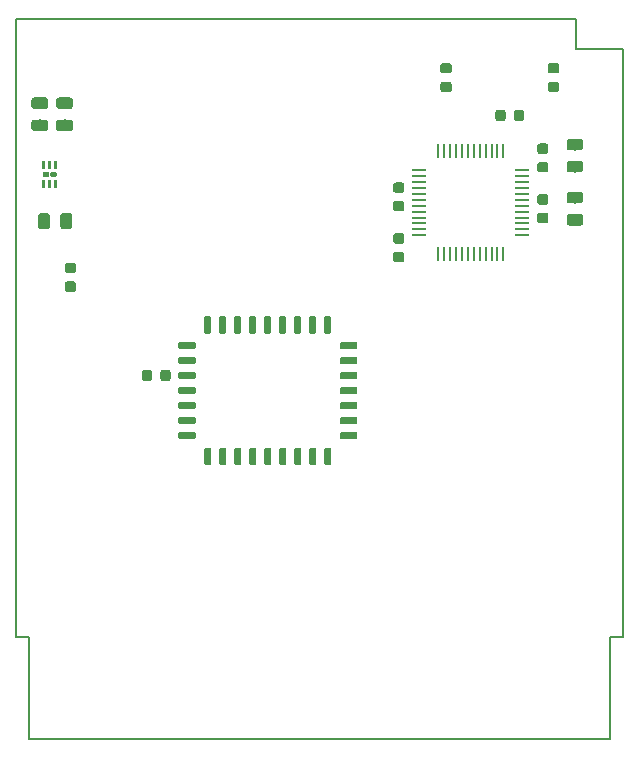
<source format=gbr>
G04 #@! TF.GenerationSoftware,KiCad,Pcbnew,5.0.1-33cea8e~68~ubuntu18.10.1*
G04 #@! TF.CreationDate,2018-11-26T23:49:52+02:00*
G04 #@! TF.ProjectId,GB-CART2M-A,47422D43415254324D2D412E6B696361,v1.0*
G04 #@! TF.SameCoordinates,Original*
G04 #@! TF.FileFunction,Paste,Top*
G04 #@! TF.FilePolarity,Positive*
%FSLAX46Y46*%
G04 Gerber Fmt 4.6, Leading zero omitted, Abs format (unit mm)*
G04 Created by KiCad (PCBNEW 5.0.1-33cea8e~68~ubuntu18.10.1) date ma 26. marraskuuta 2018 23.49.52*
%MOMM*%
%LPD*%
G01*
G04 APERTURE LIST*
%ADD10C,0.150000*%
%ADD11C,0.100000*%
%ADD12C,0.875000*%
%ADD13C,0.975000*%
%ADD14C,0.400000*%
%ADD15C,0.250000*%
%ADD16C,0.600000*%
%ADD17R,1.300000X0.250000*%
%ADD18R,0.250000X1.300000*%
G04 APERTURE END LIST*
D10*
X121700000Y-39000000D02*
X121700000Y-41600000D01*
X74300000Y-39000000D02*
X121700000Y-39000000D01*
X125700000Y-41600000D02*
X121700000Y-41600000D01*
X74300000Y-91400000D02*
X74300000Y-39000000D01*
X75400000Y-91400000D02*
X74300000Y-91400000D01*
X75400000Y-100000000D02*
X75400000Y-91400000D01*
X125700000Y-91400000D02*
X125700000Y-41600000D01*
X124600000Y-91400000D02*
X125700000Y-91400000D01*
X124600000Y-100000000D02*
X124600000Y-91400000D01*
X75400000Y-100000000D02*
X124600000Y-100000000D01*
D11*
G04 #@! TO.C,C4*
G36*
X87190423Y-68732013D02*
X87211658Y-68735163D01*
X87232482Y-68740379D01*
X87252694Y-68747611D01*
X87272100Y-68756790D01*
X87290513Y-68767826D01*
X87307756Y-68780614D01*
X87323662Y-68795030D01*
X87338078Y-68810936D01*
X87350866Y-68828179D01*
X87361902Y-68846592D01*
X87371081Y-68865998D01*
X87378313Y-68886210D01*
X87383529Y-68907034D01*
X87386679Y-68928269D01*
X87387732Y-68949710D01*
X87387732Y-69462210D01*
X87386679Y-69483651D01*
X87383529Y-69504886D01*
X87378313Y-69525710D01*
X87371081Y-69545922D01*
X87361902Y-69565328D01*
X87350866Y-69583741D01*
X87338078Y-69600984D01*
X87323662Y-69616890D01*
X87307756Y-69631306D01*
X87290513Y-69644094D01*
X87272100Y-69655130D01*
X87252694Y-69664309D01*
X87232482Y-69671541D01*
X87211658Y-69676757D01*
X87190423Y-69679907D01*
X87168982Y-69680960D01*
X86731482Y-69680960D01*
X86710041Y-69679907D01*
X86688806Y-69676757D01*
X86667982Y-69671541D01*
X86647770Y-69664309D01*
X86628364Y-69655130D01*
X86609951Y-69644094D01*
X86592708Y-69631306D01*
X86576802Y-69616890D01*
X86562386Y-69600984D01*
X86549598Y-69583741D01*
X86538562Y-69565328D01*
X86529383Y-69545922D01*
X86522151Y-69525710D01*
X86516935Y-69504886D01*
X86513785Y-69483651D01*
X86512732Y-69462210D01*
X86512732Y-68949710D01*
X86513785Y-68928269D01*
X86516935Y-68907034D01*
X86522151Y-68886210D01*
X86529383Y-68865998D01*
X86538562Y-68846592D01*
X86549598Y-68828179D01*
X86562386Y-68810936D01*
X86576802Y-68795030D01*
X86592708Y-68780614D01*
X86609951Y-68767826D01*
X86628364Y-68756790D01*
X86647770Y-68747611D01*
X86667982Y-68740379D01*
X86688806Y-68735163D01*
X86710041Y-68732013D01*
X86731482Y-68730960D01*
X87168982Y-68730960D01*
X87190423Y-68732013D01*
X87190423Y-68732013D01*
G37*
D12*
X86950232Y-69205960D03*
D11*
G36*
X85615423Y-68732013D02*
X85636658Y-68735163D01*
X85657482Y-68740379D01*
X85677694Y-68747611D01*
X85697100Y-68756790D01*
X85715513Y-68767826D01*
X85732756Y-68780614D01*
X85748662Y-68795030D01*
X85763078Y-68810936D01*
X85775866Y-68828179D01*
X85786902Y-68846592D01*
X85796081Y-68865998D01*
X85803313Y-68886210D01*
X85808529Y-68907034D01*
X85811679Y-68928269D01*
X85812732Y-68949710D01*
X85812732Y-69462210D01*
X85811679Y-69483651D01*
X85808529Y-69504886D01*
X85803313Y-69525710D01*
X85796081Y-69545922D01*
X85786902Y-69565328D01*
X85775866Y-69583741D01*
X85763078Y-69600984D01*
X85748662Y-69616890D01*
X85732756Y-69631306D01*
X85715513Y-69644094D01*
X85697100Y-69655130D01*
X85677694Y-69664309D01*
X85657482Y-69671541D01*
X85636658Y-69676757D01*
X85615423Y-69679907D01*
X85593982Y-69680960D01*
X85156482Y-69680960D01*
X85135041Y-69679907D01*
X85113806Y-69676757D01*
X85092982Y-69671541D01*
X85072770Y-69664309D01*
X85053364Y-69655130D01*
X85034951Y-69644094D01*
X85017708Y-69631306D01*
X85001802Y-69616890D01*
X84987386Y-69600984D01*
X84974598Y-69583741D01*
X84963562Y-69565328D01*
X84954383Y-69545922D01*
X84947151Y-69525710D01*
X84941935Y-69504886D01*
X84938785Y-69483651D01*
X84937732Y-69462210D01*
X84937732Y-68949710D01*
X84938785Y-68928269D01*
X84941935Y-68907034D01*
X84947151Y-68886210D01*
X84954383Y-68865998D01*
X84963562Y-68846592D01*
X84974598Y-68828179D01*
X84987386Y-68810936D01*
X85001802Y-68795030D01*
X85017708Y-68780614D01*
X85034951Y-68767826D01*
X85053364Y-68756790D01*
X85072770Y-68747611D01*
X85092982Y-68740379D01*
X85113806Y-68735163D01*
X85135041Y-68732013D01*
X85156482Y-68730960D01*
X85593982Y-68730960D01*
X85615423Y-68732013D01*
X85615423Y-68732013D01*
G37*
D12*
X85375232Y-69205960D03*
G04 #@! TD*
D11*
G04 #@! TO.C,C6*
G36*
X119177691Y-55451053D02*
X119198926Y-55454203D01*
X119219750Y-55459419D01*
X119239962Y-55466651D01*
X119259368Y-55475830D01*
X119277781Y-55486866D01*
X119295024Y-55499654D01*
X119310930Y-55514070D01*
X119325346Y-55529976D01*
X119338134Y-55547219D01*
X119349170Y-55565632D01*
X119358349Y-55585038D01*
X119365581Y-55605250D01*
X119370797Y-55626074D01*
X119373947Y-55647309D01*
X119375000Y-55668750D01*
X119375000Y-56106250D01*
X119373947Y-56127691D01*
X119370797Y-56148926D01*
X119365581Y-56169750D01*
X119358349Y-56189962D01*
X119349170Y-56209368D01*
X119338134Y-56227781D01*
X119325346Y-56245024D01*
X119310930Y-56260930D01*
X119295024Y-56275346D01*
X119277781Y-56288134D01*
X119259368Y-56299170D01*
X119239962Y-56308349D01*
X119219750Y-56315581D01*
X119198926Y-56320797D01*
X119177691Y-56323947D01*
X119156250Y-56325000D01*
X118643750Y-56325000D01*
X118622309Y-56323947D01*
X118601074Y-56320797D01*
X118580250Y-56315581D01*
X118560038Y-56308349D01*
X118540632Y-56299170D01*
X118522219Y-56288134D01*
X118504976Y-56275346D01*
X118489070Y-56260930D01*
X118474654Y-56245024D01*
X118461866Y-56227781D01*
X118450830Y-56209368D01*
X118441651Y-56189962D01*
X118434419Y-56169750D01*
X118429203Y-56148926D01*
X118426053Y-56127691D01*
X118425000Y-56106250D01*
X118425000Y-55668750D01*
X118426053Y-55647309D01*
X118429203Y-55626074D01*
X118434419Y-55605250D01*
X118441651Y-55585038D01*
X118450830Y-55565632D01*
X118461866Y-55547219D01*
X118474654Y-55529976D01*
X118489070Y-55514070D01*
X118504976Y-55499654D01*
X118522219Y-55486866D01*
X118540632Y-55475830D01*
X118560038Y-55466651D01*
X118580250Y-55459419D01*
X118601074Y-55454203D01*
X118622309Y-55451053D01*
X118643750Y-55450000D01*
X119156250Y-55450000D01*
X119177691Y-55451053D01*
X119177691Y-55451053D01*
G37*
D12*
X118900000Y-55887500D03*
D11*
G36*
X119177691Y-53876053D02*
X119198926Y-53879203D01*
X119219750Y-53884419D01*
X119239962Y-53891651D01*
X119259368Y-53900830D01*
X119277781Y-53911866D01*
X119295024Y-53924654D01*
X119310930Y-53939070D01*
X119325346Y-53954976D01*
X119338134Y-53972219D01*
X119349170Y-53990632D01*
X119358349Y-54010038D01*
X119365581Y-54030250D01*
X119370797Y-54051074D01*
X119373947Y-54072309D01*
X119375000Y-54093750D01*
X119375000Y-54531250D01*
X119373947Y-54552691D01*
X119370797Y-54573926D01*
X119365581Y-54594750D01*
X119358349Y-54614962D01*
X119349170Y-54634368D01*
X119338134Y-54652781D01*
X119325346Y-54670024D01*
X119310930Y-54685930D01*
X119295024Y-54700346D01*
X119277781Y-54713134D01*
X119259368Y-54724170D01*
X119239962Y-54733349D01*
X119219750Y-54740581D01*
X119198926Y-54745797D01*
X119177691Y-54748947D01*
X119156250Y-54750000D01*
X118643750Y-54750000D01*
X118622309Y-54748947D01*
X118601074Y-54745797D01*
X118580250Y-54740581D01*
X118560038Y-54733349D01*
X118540632Y-54724170D01*
X118522219Y-54713134D01*
X118504976Y-54700346D01*
X118489070Y-54685930D01*
X118474654Y-54670024D01*
X118461866Y-54652781D01*
X118450830Y-54634368D01*
X118441651Y-54614962D01*
X118434419Y-54594750D01*
X118429203Y-54573926D01*
X118426053Y-54552691D01*
X118425000Y-54531250D01*
X118425000Y-54093750D01*
X118426053Y-54072309D01*
X118429203Y-54051074D01*
X118434419Y-54030250D01*
X118441651Y-54010038D01*
X118450830Y-53990632D01*
X118461866Y-53972219D01*
X118474654Y-53954976D01*
X118489070Y-53939070D01*
X118504976Y-53924654D01*
X118522219Y-53911866D01*
X118540632Y-53900830D01*
X118560038Y-53891651D01*
X118580250Y-53884419D01*
X118601074Y-53879203D01*
X118622309Y-53876053D01*
X118643750Y-53875000D01*
X119156250Y-53875000D01*
X119177691Y-53876053D01*
X119177691Y-53876053D01*
G37*
D12*
X118900000Y-54312500D03*
G04 #@! TD*
D11*
G04 #@! TO.C,C7*
G36*
X106977691Y-54451053D02*
X106998926Y-54454203D01*
X107019750Y-54459419D01*
X107039962Y-54466651D01*
X107059368Y-54475830D01*
X107077781Y-54486866D01*
X107095024Y-54499654D01*
X107110930Y-54514070D01*
X107125346Y-54529976D01*
X107138134Y-54547219D01*
X107149170Y-54565632D01*
X107158349Y-54585038D01*
X107165581Y-54605250D01*
X107170797Y-54626074D01*
X107173947Y-54647309D01*
X107175000Y-54668750D01*
X107175000Y-55106250D01*
X107173947Y-55127691D01*
X107170797Y-55148926D01*
X107165581Y-55169750D01*
X107158349Y-55189962D01*
X107149170Y-55209368D01*
X107138134Y-55227781D01*
X107125346Y-55245024D01*
X107110930Y-55260930D01*
X107095024Y-55275346D01*
X107077781Y-55288134D01*
X107059368Y-55299170D01*
X107039962Y-55308349D01*
X107019750Y-55315581D01*
X106998926Y-55320797D01*
X106977691Y-55323947D01*
X106956250Y-55325000D01*
X106443750Y-55325000D01*
X106422309Y-55323947D01*
X106401074Y-55320797D01*
X106380250Y-55315581D01*
X106360038Y-55308349D01*
X106340632Y-55299170D01*
X106322219Y-55288134D01*
X106304976Y-55275346D01*
X106289070Y-55260930D01*
X106274654Y-55245024D01*
X106261866Y-55227781D01*
X106250830Y-55209368D01*
X106241651Y-55189962D01*
X106234419Y-55169750D01*
X106229203Y-55148926D01*
X106226053Y-55127691D01*
X106225000Y-55106250D01*
X106225000Y-54668750D01*
X106226053Y-54647309D01*
X106229203Y-54626074D01*
X106234419Y-54605250D01*
X106241651Y-54585038D01*
X106250830Y-54565632D01*
X106261866Y-54547219D01*
X106274654Y-54529976D01*
X106289070Y-54514070D01*
X106304976Y-54499654D01*
X106322219Y-54486866D01*
X106340632Y-54475830D01*
X106360038Y-54466651D01*
X106380250Y-54459419D01*
X106401074Y-54454203D01*
X106422309Y-54451053D01*
X106443750Y-54450000D01*
X106956250Y-54450000D01*
X106977691Y-54451053D01*
X106977691Y-54451053D01*
G37*
D12*
X106700000Y-54887500D03*
D11*
G36*
X106977691Y-52876053D02*
X106998926Y-52879203D01*
X107019750Y-52884419D01*
X107039962Y-52891651D01*
X107059368Y-52900830D01*
X107077781Y-52911866D01*
X107095024Y-52924654D01*
X107110930Y-52939070D01*
X107125346Y-52954976D01*
X107138134Y-52972219D01*
X107149170Y-52990632D01*
X107158349Y-53010038D01*
X107165581Y-53030250D01*
X107170797Y-53051074D01*
X107173947Y-53072309D01*
X107175000Y-53093750D01*
X107175000Y-53531250D01*
X107173947Y-53552691D01*
X107170797Y-53573926D01*
X107165581Y-53594750D01*
X107158349Y-53614962D01*
X107149170Y-53634368D01*
X107138134Y-53652781D01*
X107125346Y-53670024D01*
X107110930Y-53685930D01*
X107095024Y-53700346D01*
X107077781Y-53713134D01*
X107059368Y-53724170D01*
X107039962Y-53733349D01*
X107019750Y-53740581D01*
X106998926Y-53745797D01*
X106977691Y-53748947D01*
X106956250Y-53750000D01*
X106443750Y-53750000D01*
X106422309Y-53748947D01*
X106401074Y-53745797D01*
X106380250Y-53740581D01*
X106360038Y-53733349D01*
X106340632Y-53724170D01*
X106322219Y-53713134D01*
X106304976Y-53700346D01*
X106289070Y-53685930D01*
X106274654Y-53670024D01*
X106261866Y-53652781D01*
X106250830Y-53634368D01*
X106241651Y-53614962D01*
X106234419Y-53594750D01*
X106229203Y-53573926D01*
X106226053Y-53552691D01*
X106225000Y-53531250D01*
X106225000Y-53093750D01*
X106226053Y-53072309D01*
X106229203Y-53051074D01*
X106234419Y-53030250D01*
X106241651Y-53010038D01*
X106250830Y-52990632D01*
X106261866Y-52972219D01*
X106274654Y-52954976D01*
X106289070Y-52939070D01*
X106304976Y-52924654D01*
X106322219Y-52911866D01*
X106340632Y-52900830D01*
X106360038Y-52891651D01*
X106380250Y-52884419D01*
X106401074Y-52879203D01*
X106422309Y-52876053D01*
X106443750Y-52875000D01*
X106956250Y-52875000D01*
X106977691Y-52876053D01*
X106977691Y-52876053D01*
G37*
D12*
X106700000Y-53312500D03*
G04 #@! TD*
D11*
G04 #@! TO.C,C9*
G36*
X106977691Y-58751053D02*
X106998926Y-58754203D01*
X107019750Y-58759419D01*
X107039962Y-58766651D01*
X107059368Y-58775830D01*
X107077781Y-58786866D01*
X107095024Y-58799654D01*
X107110930Y-58814070D01*
X107125346Y-58829976D01*
X107138134Y-58847219D01*
X107149170Y-58865632D01*
X107158349Y-58885038D01*
X107165581Y-58905250D01*
X107170797Y-58926074D01*
X107173947Y-58947309D01*
X107175000Y-58968750D01*
X107175000Y-59406250D01*
X107173947Y-59427691D01*
X107170797Y-59448926D01*
X107165581Y-59469750D01*
X107158349Y-59489962D01*
X107149170Y-59509368D01*
X107138134Y-59527781D01*
X107125346Y-59545024D01*
X107110930Y-59560930D01*
X107095024Y-59575346D01*
X107077781Y-59588134D01*
X107059368Y-59599170D01*
X107039962Y-59608349D01*
X107019750Y-59615581D01*
X106998926Y-59620797D01*
X106977691Y-59623947D01*
X106956250Y-59625000D01*
X106443750Y-59625000D01*
X106422309Y-59623947D01*
X106401074Y-59620797D01*
X106380250Y-59615581D01*
X106360038Y-59608349D01*
X106340632Y-59599170D01*
X106322219Y-59588134D01*
X106304976Y-59575346D01*
X106289070Y-59560930D01*
X106274654Y-59545024D01*
X106261866Y-59527781D01*
X106250830Y-59509368D01*
X106241651Y-59489962D01*
X106234419Y-59469750D01*
X106229203Y-59448926D01*
X106226053Y-59427691D01*
X106225000Y-59406250D01*
X106225000Y-58968750D01*
X106226053Y-58947309D01*
X106229203Y-58926074D01*
X106234419Y-58905250D01*
X106241651Y-58885038D01*
X106250830Y-58865632D01*
X106261866Y-58847219D01*
X106274654Y-58829976D01*
X106289070Y-58814070D01*
X106304976Y-58799654D01*
X106322219Y-58786866D01*
X106340632Y-58775830D01*
X106360038Y-58766651D01*
X106380250Y-58759419D01*
X106401074Y-58754203D01*
X106422309Y-58751053D01*
X106443750Y-58750000D01*
X106956250Y-58750000D01*
X106977691Y-58751053D01*
X106977691Y-58751053D01*
G37*
D12*
X106700000Y-59187500D03*
D11*
G36*
X106977691Y-57176053D02*
X106998926Y-57179203D01*
X107019750Y-57184419D01*
X107039962Y-57191651D01*
X107059368Y-57200830D01*
X107077781Y-57211866D01*
X107095024Y-57224654D01*
X107110930Y-57239070D01*
X107125346Y-57254976D01*
X107138134Y-57272219D01*
X107149170Y-57290632D01*
X107158349Y-57310038D01*
X107165581Y-57330250D01*
X107170797Y-57351074D01*
X107173947Y-57372309D01*
X107175000Y-57393750D01*
X107175000Y-57831250D01*
X107173947Y-57852691D01*
X107170797Y-57873926D01*
X107165581Y-57894750D01*
X107158349Y-57914962D01*
X107149170Y-57934368D01*
X107138134Y-57952781D01*
X107125346Y-57970024D01*
X107110930Y-57985930D01*
X107095024Y-58000346D01*
X107077781Y-58013134D01*
X107059368Y-58024170D01*
X107039962Y-58033349D01*
X107019750Y-58040581D01*
X106998926Y-58045797D01*
X106977691Y-58048947D01*
X106956250Y-58050000D01*
X106443750Y-58050000D01*
X106422309Y-58048947D01*
X106401074Y-58045797D01*
X106380250Y-58040581D01*
X106360038Y-58033349D01*
X106340632Y-58024170D01*
X106322219Y-58013134D01*
X106304976Y-58000346D01*
X106289070Y-57985930D01*
X106274654Y-57970024D01*
X106261866Y-57952781D01*
X106250830Y-57934368D01*
X106241651Y-57914962D01*
X106234419Y-57894750D01*
X106229203Y-57873926D01*
X106226053Y-57852691D01*
X106225000Y-57831250D01*
X106225000Y-57393750D01*
X106226053Y-57372309D01*
X106229203Y-57351074D01*
X106234419Y-57330250D01*
X106241651Y-57310038D01*
X106250830Y-57290632D01*
X106261866Y-57272219D01*
X106274654Y-57254976D01*
X106289070Y-57239070D01*
X106304976Y-57224654D01*
X106322219Y-57211866D01*
X106340632Y-57200830D01*
X106360038Y-57191651D01*
X106380250Y-57184419D01*
X106401074Y-57179203D01*
X106422309Y-57176053D01*
X106443750Y-57175000D01*
X106956250Y-57175000D01*
X106977691Y-57176053D01*
X106977691Y-57176053D01*
G37*
D12*
X106700000Y-57612500D03*
G04 #@! TD*
D11*
G04 #@! TO.C,C10*
G36*
X119177691Y-51151053D02*
X119198926Y-51154203D01*
X119219750Y-51159419D01*
X119239962Y-51166651D01*
X119259368Y-51175830D01*
X119277781Y-51186866D01*
X119295024Y-51199654D01*
X119310930Y-51214070D01*
X119325346Y-51229976D01*
X119338134Y-51247219D01*
X119349170Y-51265632D01*
X119358349Y-51285038D01*
X119365581Y-51305250D01*
X119370797Y-51326074D01*
X119373947Y-51347309D01*
X119375000Y-51368750D01*
X119375000Y-51806250D01*
X119373947Y-51827691D01*
X119370797Y-51848926D01*
X119365581Y-51869750D01*
X119358349Y-51889962D01*
X119349170Y-51909368D01*
X119338134Y-51927781D01*
X119325346Y-51945024D01*
X119310930Y-51960930D01*
X119295024Y-51975346D01*
X119277781Y-51988134D01*
X119259368Y-51999170D01*
X119239962Y-52008349D01*
X119219750Y-52015581D01*
X119198926Y-52020797D01*
X119177691Y-52023947D01*
X119156250Y-52025000D01*
X118643750Y-52025000D01*
X118622309Y-52023947D01*
X118601074Y-52020797D01*
X118580250Y-52015581D01*
X118560038Y-52008349D01*
X118540632Y-51999170D01*
X118522219Y-51988134D01*
X118504976Y-51975346D01*
X118489070Y-51960930D01*
X118474654Y-51945024D01*
X118461866Y-51927781D01*
X118450830Y-51909368D01*
X118441651Y-51889962D01*
X118434419Y-51869750D01*
X118429203Y-51848926D01*
X118426053Y-51827691D01*
X118425000Y-51806250D01*
X118425000Y-51368750D01*
X118426053Y-51347309D01*
X118429203Y-51326074D01*
X118434419Y-51305250D01*
X118441651Y-51285038D01*
X118450830Y-51265632D01*
X118461866Y-51247219D01*
X118474654Y-51229976D01*
X118489070Y-51214070D01*
X118504976Y-51199654D01*
X118522219Y-51186866D01*
X118540632Y-51175830D01*
X118560038Y-51166651D01*
X118580250Y-51159419D01*
X118601074Y-51154203D01*
X118622309Y-51151053D01*
X118643750Y-51150000D01*
X119156250Y-51150000D01*
X119177691Y-51151053D01*
X119177691Y-51151053D01*
G37*
D12*
X118900000Y-51587500D03*
D11*
G36*
X119177691Y-49576053D02*
X119198926Y-49579203D01*
X119219750Y-49584419D01*
X119239962Y-49591651D01*
X119259368Y-49600830D01*
X119277781Y-49611866D01*
X119295024Y-49624654D01*
X119310930Y-49639070D01*
X119325346Y-49654976D01*
X119338134Y-49672219D01*
X119349170Y-49690632D01*
X119358349Y-49710038D01*
X119365581Y-49730250D01*
X119370797Y-49751074D01*
X119373947Y-49772309D01*
X119375000Y-49793750D01*
X119375000Y-50231250D01*
X119373947Y-50252691D01*
X119370797Y-50273926D01*
X119365581Y-50294750D01*
X119358349Y-50314962D01*
X119349170Y-50334368D01*
X119338134Y-50352781D01*
X119325346Y-50370024D01*
X119310930Y-50385930D01*
X119295024Y-50400346D01*
X119277781Y-50413134D01*
X119259368Y-50424170D01*
X119239962Y-50433349D01*
X119219750Y-50440581D01*
X119198926Y-50445797D01*
X119177691Y-50448947D01*
X119156250Y-50450000D01*
X118643750Y-50450000D01*
X118622309Y-50448947D01*
X118601074Y-50445797D01*
X118580250Y-50440581D01*
X118560038Y-50433349D01*
X118540632Y-50424170D01*
X118522219Y-50413134D01*
X118504976Y-50400346D01*
X118489070Y-50385930D01*
X118474654Y-50370024D01*
X118461866Y-50352781D01*
X118450830Y-50334368D01*
X118441651Y-50314962D01*
X118434419Y-50294750D01*
X118429203Y-50273926D01*
X118426053Y-50252691D01*
X118425000Y-50231250D01*
X118425000Y-49793750D01*
X118426053Y-49772309D01*
X118429203Y-49751074D01*
X118434419Y-49730250D01*
X118441651Y-49710038D01*
X118450830Y-49690632D01*
X118461866Y-49672219D01*
X118474654Y-49654976D01*
X118489070Y-49639070D01*
X118504976Y-49624654D01*
X118522219Y-49611866D01*
X118540632Y-49600830D01*
X118560038Y-49591651D01*
X118580250Y-49584419D01*
X118601074Y-49579203D01*
X118622309Y-49576053D01*
X118643750Y-49575000D01*
X119156250Y-49575000D01*
X119177691Y-49576053D01*
X119177691Y-49576053D01*
G37*
D12*
X118900000Y-50012500D03*
G04 #@! TD*
D11*
G04 #@! TO.C,C2*
G36*
X78880142Y-47551174D02*
X78903803Y-47554684D01*
X78927007Y-47560496D01*
X78949529Y-47568554D01*
X78971153Y-47578782D01*
X78991670Y-47591079D01*
X79010883Y-47605329D01*
X79028607Y-47621393D01*
X79044671Y-47639117D01*
X79058921Y-47658330D01*
X79071218Y-47678847D01*
X79081446Y-47700471D01*
X79089504Y-47722993D01*
X79095316Y-47746197D01*
X79098826Y-47769858D01*
X79100000Y-47793750D01*
X79100000Y-48281250D01*
X79098826Y-48305142D01*
X79095316Y-48328803D01*
X79089504Y-48352007D01*
X79081446Y-48374529D01*
X79071218Y-48396153D01*
X79058921Y-48416670D01*
X79044671Y-48435883D01*
X79028607Y-48453607D01*
X79010883Y-48469671D01*
X78991670Y-48483921D01*
X78971153Y-48496218D01*
X78949529Y-48506446D01*
X78927007Y-48514504D01*
X78903803Y-48520316D01*
X78880142Y-48523826D01*
X78856250Y-48525000D01*
X77943750Y-48525000D01*
X77919858Y-48523826D01*
X77896197Y-48520316D01*
X77872993Y-48514504D01*
X77850471Y-48506446D01*
X77828847Y-48496218D01*
X77808330Y-48483921D01*
X77789117Y-48469671D01*
X77771393Y-48453607D01*
X77755329Y-48435883D01*
X77741079Y-48416670D01*
X77728782Y-48396153D01*
X77718554Y-48374529D01*
X77710496Y-48352007D01*
X77704684Y-48328803D01*
X77701174Y-48305142D01*
X77700000Y-48281250D01*
X77700000Y-47793750D01*
X77701174Y-47769858D01*
X77704684Y-47746197D01*
X77710496Y-47722993D01*
X77718554Y-47700471D01*
X77728782Y-47678847D01*
X77741079Y-47658330D01*
X77755329Y-47639117D01*
X77771393Y-47621393D01*
X77789117Y-47605329D01*
X77808330Y-47591079D01*
X77828847Y-47578782D01*
X77850471Y-47568554D01*
X77872993Y-47560496D01*
X77896197Y-47554684D01*
X77919858Y-47551174D01*
X77943750Y-47550000D01*
X78856250Y-47550000D01*
X78880142Y-47551174D01*
X78880142Y-47551174D01*
G37*
D13*
X78400000Y-48037500D03*
D11*
G36*
X78880142Y-45676174D02*
X78903803Y-45679684D01*
X78927007Y-45685496D01*
X78949529Y-45693554D01*
X78971153Y-45703782D01*
X78991670Y-45716079D01*
X79010883Y-45730329D01*
X79028607Y-45746393D01*
X79044671Y-45764117D01*
X79058921Y-45783330D01*
X79071218Y-45803847D01*
X79081446Y-45825471D01*
X79089504Y-45847993D01*
X79095316Y-45871197D01*
X79098826Y-45894858D01*
X79100000Y-45918750D01*
X79100000Y-46406250D01*
X79098826Y-46430142D01*
X79095316Y-46453803D01*
X79089504Y-46477007D01*
X79081446Y-46499529D01*
X79071218Y-46521153D01*
X79058921Y-46541670D01*
X79044671Y-46560883D01*
X79028607Y-46578607D01*
X79010883Y-46594671D01*
X78991670Y-46608921D01*
X78971153Y-46621218D01*
X78949529Y-46631446D01*
X78927007Y-46639504D01*
X78903803Y-46645316D01*
X78880142Y-46648826D01*
X78856250Y-46650000D01*
X77943750Y-46650000D01*
X77919858Y-46648826D01*
X77896197Y-46645316D01*
X77872993Y-46639504D01*
X77850471Y-46631446D01*
X77828847Y-46621218D01*
X77808330Y-46608921D01*
X77789117Y-46594671D01*
X77771393Y-46578607D01*
X77755329Y-46560883D01*
X77741079Y-46541670D01*
X77728782Y-46521153D01*
X77718554Y-46499529D01*
X77710496Y-46477007D01*
X77704684Y-46453803D01*
X77701174Y-46430142D01*
X77700000Y-46406250D01*
X77700000Y-45918750D01*
X77701174Y-45894858D01*
X77704684Y-45871197D01*
X77710496Y-45847993D01*
X77718554Y-45825471D01*
X77728782Y-45803847D01*
X77741079Y-45783330D01*
X77755329Y-45764117D01*
X77771393Y-45746393D01*
X77789117Y-45730329D01*
X77808330Y-45716079D01*
X77828847Y-45703782D01*
X77850471Y-45693554D01*
X77872993Y-45685496D01*
X77896197Y-45679684D01*
X77919858Y-45676174D01*
X77943750Y-45675000D01*
X78856250Y-45675000D01*
X78880142Y-45676174D01*
X78880142Y-45676174D01*
G37*
D13*
X78400000Y-46162500D03*
G04 #@! TD*
D11*
G04 #@! TO.C,C3*
G36*
X76780142Y-45676174D02*
X76803803Y-45679684D01*
X76827007Y-45685496D01*
X76849529Y-45693554D01*
X76871153Y-45703782D01*
X76891670Y-45716079D01*
X76910883Y-45730329D01*
X76928607Y-45746393D01*
X76944671Y-45764117D01*
X76958921Y-45783330D01*
X76971218Y-45803847D01*
X76981446Y-45825471D01*
X76989504Y-45847993D01*
X76995316Y-45871197D01*
X76998826Y-45894858D01*
X77000000Y-45918750D01*
X77000000Y-46406250D01*
X76998826Y-46430142D01*
X76995316Y-46453803D01*
X76989504Y-46477007D01*
X76981446Y-46499529D01*
X76971218Y-46521153D01*
X76958921Y-46541670D01*
X76944671Y-46560883D01*
X76928607Y-46578607D01*
X76910883Y-46594671D01*
X76891670Y-46608921D01*
X76871153Y-46621218D01*
X76849529Y-46631446D01*
X76827007Y-46639504D01*
X76803803Y-46645316D01*
X76780142Y-46648826D01*
X76756250Y-46650000D01*
X75843750Y-46650000D01*
X75819858Y-46648826D01*
X75796197Y-46645316D01*
X75772993Y-46639504D01*
X75750471Y-46631446D01*
X75728847Y-46621218D01*
X75708330Y-46608921D01*
X75689117Y-46594671D01*
X75671393Y-46578607D01*
X75655329Y-46560883D01*
X75641079Y-46541670D01*
X75628782Y-46521153D01*
X75618554Y-46499529D01*
X75610496Y-46477007D01*
X75604684Y-46453803D01*
X75601174Y-46430142D01*
X75600000Y-46406250D01*
X75600000Y-45918750D01*
X75601174Y-45894858D01*
X75604684Y-45871197D01*
X75610496Y-45847993D01*
X75618554Y-45825471D01*
X75628782Y-45803847D01*
X75641079Y-45783330D01*
X75655329Y-45764117D01*
X75671393Y-45746393D01*
X75689117Y-45730329D01*
X75708330Y-45716079D01*
X75728847Y-45703782D01*
X75750471Y-45693554D01*
X75772993Y-45685496D01*
X75796197Y-45679684D01*
X75819858Y-45676174D01*
X75843750Y-45675000D01*
X76756250Y-45675000D01*
X76780142Y-45676174D01*
X76780142Y-45676174D01*
G37*
D13*
X76300000Y-46162500D03*
D11*
G36*
X76780142Y-47551174D02*
X76803803Y-47554684D01*
X76827007Y-47560496D01*
X76849529Y-47568554D01*
X76871153Y-47578782D01*
X76891670Y-47591079D01*
X76910883Y-47605329D01*
X76928607Y-47621393D01*
X76944671Y-47639117D01*
X76958921Y-47658330D01*
X76971218Y-47678847D01*
X76981446Y-47700471D01*
X76989504Y-47722993D01*
X76995316Y-47746197D01*
X76998826Y-47769858D01*
X77000000Y-47793750D01*
X77000000Y-48281250D01*
X76998826Y-48305142D01*
X76995316Y-48328803D01*
X76989504Y-48352007D01*
X76981446Y-48374529D01*
X76971218Y-48396153D01*
X76958921Y-48416670D01*
X76944671Y-48435883D01*
X76928607Y-48453607D01*
X76910883Y-48469671D01*
X76891670Y-48483921D01*
X76871153Y-48496218D01*
X76849529Y-48506446D01*
X76827007Y-48514504D01*
X76803803Y-48520316D01*
X76780142Y-48523826D01*
X76756250Y-48525000D01*
X75843750Y-48525000D01*
X75819858Y-48523826D01*
X75796197Y-48520316D01*
X75772993Y-48514504D01*
X75750471Y-48506446D01*
X75728847Y-48496218D01*
X75708330Y-48483921D01*
X75689117Y-48469671D01*
X75671393Y-48453607D01*
X75655329Y-48435883D01*
X75641079Y-48416670D01*
X75628782Y-48396153D01*
X75618554Y-48374529D01*
X75610496Y-48352007D01*
X75604684Y-48328803D01*
X75601174Y-48305142D01*
X75600000Y-48281250D01*
X75600000Y-47793750D01*
X75601174Y-47769858D01*
X75604684Y-47746197D01*
X75610496Y-47722993D01*
X75618554Y-47700471D01*
X75628782Y-47678847D01*
X75641079Y-47658330D01*
X75655329Y-47639117D01*
X75671393Y-47621393D01*
X75689117Y-47605329D01*
X75708330Y-47591079D01*
X75728847Y-47578782D01*
X75750471Y-47568554D01*
X75772993Y-47560496D01*
X75796197Y-47554684D01*
X75819858Y-47551174D01*
X75843750Y-47550000D01*
X76756250Y-47550000D01*
X76780142Y-47551174D01*
X76780142Y-47551174D01*
G37*
D13*
X76300000Y-48037500D03*
G04 #@! TD*
D11*
G04 #@! TO.C,C5*
G36*
X122080142Y-53676174D02*
X122103803Y-53679684D01*
X122127007Y-53685496D01*
X122149529Y-53693554D01*
X122171153Y-53703782D01*
X122191670Y-53716079D01*
X122210883Y-53730329D01*
X122228607Y-53746393D01*
X122244671Y-53764117D01*
X122258921Y-53783330D01*
X122271218Y-53803847D01*
X122281446Y-53825471D01*
X122289504Y-53847993D01*
X122295316Y-53871197D01*
X122298826Y-53894858D01*
X122300000Y-53918750D01*
X122300000Y-54406250D01*
X122298826Y-54430142D01*
X122295316Y-54453803D01*
X122289504Y-54477007D01*
X122281446Y-54499529D01*
X122271218Y-54521153D01*
X122258921Y-54541670D01*
X122244671Y-54560883D01*
X122228607Y-54578607D01*
X122210883Y-54594671D01*
X122191670Y-54608921D01*
X122171153Y-54621218D01*
X122149529Y-54631446D01*
X122127007Y-54639504D01*
X122103803Y-54645316D01*
X122080142Y-54648826D01*
X122056250Y-54650000D01*
X121143750Y-54650000D01*
X121119858Y-54648826D01*
X121096197Y-54645316D01*
X121072993Y-54639504D01*
X121050471Y-54631446D01*
X121028847Y-54621218D01*
X121008330Y-54608921D01*
X120989117Y-54594671D01*
X120971393Y-54578607D01*
X120955329Y-54560883D01*
X120941079Y-54541670D01*
X120928782Y-54521153D01*
X120918554Y-54499529D01*
X120910496Y-54477007D01*
X120904684Y-54453803D01*
X120901174Y-54430142D01*
X120900000Y-54406250D01*
X120900000Y-53918750D01*
X120901174Y-53894858D01*
X120904684Y-53871197D01*
X120910496Y-53847993D01*
X120918554Y-53825471D01*
X120928782Y-53803847D01*
X120941079Y-53783330D01*
X120955329Y-53764117D01*
X120971393Y-53746393D01*
X120989117Y-53730329D01*
X121008330Y-53716079D01*
X121028847Y-53703782D01*
X121050471Y-53693554D01*
X121072993Y-53685496D01*
X121096197Y-53679684D01*
X121119858Y-53676174D01*
X121143750Y-53675000D01*
X122056250Y-53675000D01*
X122080142Y-53676174D01*
X122080142Y-53676174D01*
G37*
D13*
X121600000Y-54162500D03*
D11*
G36*
X122080142Y-55551174D02*
X122103803Y-55554684D01*
X122127007Y-55560496D01*
X122149529Y-55568554D01*
X122171153Y-55578782D01*
X122191670Y-55591079D01*
X122210883Y-55605329D01*
X122228607Y-55621393D01*
X122244671Y-55639117D01*
X122258921Y-55658330D01*
X122271218Y-55678847D01*
X122281446Y-55700471D01*
X122289504Y-55722993D01*
X122295316Y-55746197D01*
X122298826Y-55769858D01*
X122300000Y-55793750D01*
X122300000Y-56281250D01*
X122298826Y-56305142D01*
X122295316Y-56328803D01*
X122289504Y-56352007D01*
X122281446Y-56374529D01*
X122271218Y-56396153D01*
X122258921Y-56416670D01*
X122244671Y-56435883D01*
X122228607Y-56453607D01*
X122210883Y-56469671D01*
X122191670Y-56483921D01*
X122171153Y-56496218D01*
X122149529Y-56506446D01*
X122127007Y-56514504D01*
X122103803Y-56520316D01*
X122080142Y-56523826D01*
X122056250Y-56525000D01*
X121143750Y-56525000D01*
X121119858Y-56523826D01*
X121096197Y-56520316D01*
X121072993Y-56514504D01*
X121050471Y-56506446D01*
X121028847Y-56496218D01*
X121008330Y-56483921D01*
X120989117Y-56469671D01*
X120971393Y-56453607D01*
X120955329Y-56435883D01*
X120941079Y-56416670D01*
X120928782Y-56396153D01*
X120918554Y-56374529D01*
X120910496Y-56352007D01*
X120904684Y-56328803D01*
X120901174Y-56305142D01*
X120900000Y-56281250D01*
X120900000Y-55793750D01*
X120901174Y-55769858D01*
X120904684Y-55746197D01*
X120910496Y-55722993D01*
X120918554Y-55700471D01*
X120928782Y-55678847D01*
X120941079Y-55658330D01*
X120955329Y-55639117D01*
X120971393Y-55621393D01*
X120989117Y-55605329D01*
X121008330Y-55591079D01*
X121028847Y-55578782D01*
X121050471Y-55568554D01*
X121072993Y-55560496D01*
X121096197Y-55554684D01*
X121119858Y-55551174D01*
X121143750Y-55550000D01*
X122056250Y-55550000D01*
X122080142Y-55551174D01*
X122080142Y-55551174D01*
G37*
D13*
X121600000Y-56037500D03*
G04 #@! TD*
D11*
G04 #@! TO.C,C8*
G36*
X122080142Y-49176174D02*
X122103803Y-49179684D01*
X122127007Y-49185496D01*
X122149529Y-49193554D01*
X122171153Y-49203782D01*
X122191670Y-49216079D01*
X122210883Y-49230329D01*
X122228607Y-49246393D01*
X122244671Y-49264117D01*
X122258921Y-49283330D01*
X122271218Y-49303847D01*
X122281446Y-49325471D01*
X122289504Y-49347993D01*
X122295316Y-49371197D01*
X122298826Y-49394858D01*
X122300000Y-49418750D01*
X122300000Y-49906250D01*
X122298826Y-49930142D01*
X122295316Y-49953803D01*
X122289504Y-49977007D01*
X122281446Y-49999529D01*
X122271218Y-50021153D01*
X122258921Y-50041670D01*
X122244671Y-50060883D01*
X122228607Y-50078607D01*
X122210883Y-50094671D01*
X122191670Y-50108921D01*
X122171153Y-50121218D01*
X122149529Y-50131446D01*
X122127007Y-50139504D01*
X122103803Y-50145316D01*
X122080142Y-50148826D01*
X122056250Y-50150000D01*
X121143750Y-50150000D01*
X121119858Y-50148826D01*
X121096197Y-50145316D01*
X121072993Y-50139504D01*
X121050471Y-50131446D01*
X121028847Y-50121218D01*
X121008330Y-50108921D01*
X120989117Y-50094671D01*
X120971393Y-50078607D01*
X120955329Y-50060883D01*
X120941079Y-50041670D01*
X120928782Y-50021153D01*
X120918554Y-49999529D01*
X120910496Y-49977007D01*
X120904684Y-49953803D01*
X120901174Y-49930142D01*
X120900000Y-49906250D01*
X120900000Y-49418750D01*
X120901174Y-49394858D01*
X120904684Y-49371197D01*
X120910496Y-49347993D01*
X120918554Y-49325471D01*
X120928782Y-49303847D01*
X120941079Y-49283330D01*
X120955329Y-49264117D01*
X120971393Y-49246393D01*
X120989117Y-49230329D01*
X121008330Y-49216079D01*
X121028847Y-49203782D01*
X121050471Y-49193554D01*
X121072993Y-49185496D01*
X121096197Y-49179684D01*
X121119858Y-49176174D01*
X121143750Y-49175000D01*
X122056250Y-49175000D01*
X122080142Y-49176174D01*
X122080142Y-49176174D01*
G37*
D13*
X121600000Y-49662500D03*
D11*
G36*
X122080142Y-51051174D02*
X122103803Y-51054684D01*
X122127007Y-51060496D01*
X122149529Y-51068554D01*
X122171153Y-51078782D01*
X122191670Y-51091079D01*
X122210883Y-51105329D01*
X122228607Y-51121393D01*
X122244671Y-51139117D01*
X122258921Y-51158330D01*
X122271218Y-51178847D01*
X122281446Y-51200471D01*
X122289504Y-51222993D01*
X122295316Y-51246197D01*
X122298826Y-51269858D01*
X122300000Y-51293750D01*
X122300000Y-51781250D01*
X122298826Y-51805142D01*
X122295316Y-51828803D01*
X122289504Y-51852007D01*
X122281446Y-51874529D01*
X122271218Y-51896153D01*
X122258921Y-51916670D01*
X122244671Y-51935883D01*
X122228607Y-51953607D01*
X122210883Y-51969671D01*
X122191670Y-51983921D01*
X122171153Y-51996218D01*
X122149529Y-52006446D01*
X122127007Y-52014504D01*
X122103803Y-52020316D01*
X122080142Y-52023826D01*
X122056250Y-52025000D01*
X121143750Y-52025000D01*
X121119858Y-52023826D01*
X121096197Y-52020316D01*
X121072993Y-52014504D01*
X121050471Y-52006446D01*
X121028847Y-51996218D01*
X121008330Y-51983921D01*
X120989117Y-51969671D01*
X120971393Y-51953607D01*
X120955329Y-51935883D01*
X120941079Y-51916670D01*
X120928782Y-51896153D01*
X120918554Y-51874529D01*
X120910496Y-51852007D01*
X120904684Y-51828803D01*
X120901174Y-51805142D01*
X120900000Y-51781250D01*
X120900000Y-51293750D01*
X120901174Y-51269858D01*
X120904684Y-51246197D01*
X120910496Y-51222993D01*
X120918554Y-51200471D01*
X120928782Y-51178847D01*
X120941079Y-51158330D01*
X120955329Y-51139117D01*
X120971393Y-51121393D01*
X120989117Y-51105329D01*
X121008330Y-51091079D01*
X121028847Y-51078782D01*
X121050471Y-51068554D01*
X121072993Y-51060496D01*
X121096197Y-51054684D01*
X121119858Y-51051174D01*
X121143750Y-51050000D01*
X122056250Y-51050000D01*
X122080142Y-51051174D01*
X122080142Y-51051174D01*
G37*
D13*
X121600000Y-51537500D03*
G04 #@! TD*
D11*
G04 #@! TO.C,C1*
G36*
X76930142Y-55451174D02*
X76953803Y-55454684D01*
X76977007Y-55460496D01*
X76999529Y-55468554D01*
X77021153Y-55478782D01*
X77041670Y-55491079D01*
X77060883Y-55505329D01*
X77078607Y-55521393D01*
X77094671Y-55539117D01*
X77108921Y-55558330D01*
X77121218Y-55578847D01*
X77131446Y-55600471D01*
X77139504Y-55622993D01*
X77145316Y-55646197D01*
X77148826Y-55669858D01*
X77150000Y-55693750D01*
X77150000Y-56606250D01*
X77148826Y-56630142D01*
X77145316Y-56653803D01*
X77139504Y-56677007D01*
X77131446Y-56699529D01*
X77121218Y-56721153D01*
X77108921Y-56741670D01*
X77094671Y-56760883D01*
X77078607Y-56778607D01*
X77060883Y-56794671D01*
X77041670Y-56808921D01*
X77021153Y-56821218D01*
X76999529Y-56831446D01*
X76977007Y-56839504D01*
X76953803Y-56845316D01*
X76930142Y-56848826D01*
X76906250Y-56850000D01*
X76418750Y-56850000D01*
X76394858Y-56848826D01*
X76371197Y-56845316D01*
X76347993Y-56839504D01*
X76325471Y-56831446D01*
X76303847Y-56821218D01*
X76283330Y-56808921D01*
X76264117Y-56794671D01*
X76246393Y-56778607D01*
X76230329Y-56760883D01*
X76216079Y-56741670D01*
X76203782Y-56721153D01*
X76193554Y-56699529D01*
X76185496Y-56677007D01*
X76179684Y-56653803D01*
X76176174Y-56630142D01*
X76175000Y-56606250D01*
X76175000Y-55693750D01*
X76176174Y-55669858D01*
X76179684Y-55646197D01*
X76185496Y-55622993D01*
X76193554Y-55600471D01*
X76203782Y-55578847D01*
X76216079Y-55558330D01*
X76230329Y-55539117D01*
X76246393Y-55521393D01*
X76264117Y-55505329D01*
X76283330Y-55491079D01*
X76303847Y-55478782D01*
X76325471Y-55468554D01*
X76347993Y-55460496D01*
X76371197Y-55454684D01*
X76394858Y-55451174D01*
X76418750Y-55450000D01*
X76906250Y-55450000D01*
X76930142Y-55451174D01*
X76930142Y-55451174D01*
G37*
D13*
X76662500Y-56150000D03*
D11*
G36*
X78805142Y-55451174D02*
X78828803Y-55454684D01*
X78852007Y-55460496D01*
X78874529Y-55468554D01*
X78896153Y-55478782D01*
X78916670Y-55491079D01*
X78935883Y-55505329D01*
X78953607Y-55521393D01*
X78969671Y-55539117D01*
X78983921Y-55558330D01*
X78996218Y-55578847D01*
X79006446Y-55600471D01*
X79014504Y-55622993D01*
X79020316Y-55646197D01*
X79023826Y-55669858D01*
X79025000Y-55693750D01*
X79025000Y-56606250D01*
X79023826Y-56630142D01*
X79020316Y-56653803D01*
X79014504Y-56677007D01*
X79006446Y-56699529D01*
X78996218Y-56721153D01*
X78983921Y-56741670D01*
X78969671Y-56760883D01*
X78953607Y-56778607D01*
X78935883Y-56794671D01*
X78916670Y-56808921D01*
X78896153Y-56821218D01*
X78874529Y-56831446D01*
X78852007Y-56839504D01*
X78828803Y-56845316D01*
X78805142Y-56848826D01*
X78781250Y-56850000D01*
X78293750Y-56850000D01*
X78269858Y-56848826D01*
X78246197Y-56845316D01*
X78222993Y-56839504D01*
X78200471Y-56831446D01*
X78178847Y-56821218D01*
X78158330Y-56808921D01*
X78139117Y-56794671D01*
X78121393Y-56778607D01*
X78105329Y-56760883D01*
X78091079Y-56741670D01*
X78078782Y-56721153D01*
X78068554Y-56699529D01*
X78060496Y-56677007D01*
X78054684Y-56653803D01*
X78051174Y-56630142D01*
X78050000Y-56606250D01*
X78050000Y-55693750D01*
X78051174Y-55669858D01*
X78054684Y-55646197D01*
X78060496Y-55622993D01*
X78068554Y-55600471D01*
X78078782Y-55578847D01*
X78091079Y-55558330D01*
X78105329Y-55539117D01*
X78121393Y-55521393D01*
X78139117Y-55505329D01*
X78158330Y-55491079D01*
X78178847Y-55478782D01*
X78200471Y-55468554D01*
X78222993Y-55460496D01*
X78246197Y-55454684D01*
X78269858Y-55451174D01*
X78293750Y-55450000D01*
X78781250Y-55450000D01*
X78805142Y-55451174D01*
X78805142Y-55451174D01*
G37*
D13*
X78537500Y-56150000D03*
G04 #@! TD*
D11*
G04 #@! TO.C,U2*
G36*
X76999802Y-52000482D02*
X77009509Y-52001921D01*
X77019028Y-52004306D01*
X77028268Y-52007612D01*
X77037140Y-52011808D01*
X77045557Y-52016853D01*
X77053439Y-52022699D01*
X77060711Y-52029289D01*
X77067301Y-52036561D01*
X77073147Y-52044443D01*
X77078192Y-52052860D01*
X77082388Y-52061732D01*
X77085694Y-52070972D01*
X77088079Y-52080491D01*
X77089518Y-52090198D01*
X77090000Y-52100000D01*
X77090000Y-52300000D01*
X77089518Y-52309802D01*
X77088079Y-52319509D01*
X77085694Y-52329028D01*
X77082388Y-52338268D01*
X77078192Y-52347140D01*
X77073147Y-52355557D01*
X77067301Y-52363439D01*
X77060711Y-52370711D01*
X77053439Y-52377301D01*
X77045557Y-52383147D01*
X77037140Y-52388192D01*
X77028268Y-52392388D01*
X77019028Y-52395694D01*
X77009509Y-52398079D01*
X76999802Y-52399518D01*
X76990000Y-52400000D01*
X76680000Y-52400000D01*
X76670198Y-52399518D01*
X76660491Y-52398079D01*
X76650972Y-52395694D01*
X76641732Y-52392388D01*
X76632860Y-52388192D01*
X76624443Y-52383147D01*
X76616561Y-52377301D01*
X76609289Y-52370711D01*
X76602699Y-52363439D01*
X76596853Y-52355557D01*
X76591808Y-52347140D01*
X76587612Y-52338268D01*
X76584306Y-52329028D01*
X76581921Y-52319509D01*
X76580482Y-52309802D01*
X76580000Y-52300000D01*
X76580000Y-52100000D01*
X76580482Y-52090198D01*
X76581921Y-52080491D01*
X76584306Y-52070972D01*
X76587612Y-52061732D01*
X76591808Y-52052860D01*
X76596853Y-52044443D01*
X76602699Y-52036561D01*
X76609289Y-52029289D01*
X76616561Y-52022699D01*
X76624443Y-52016853D01*
X76632860Y-52011808D01*
X76641732Y-52007612D01*
X76650972Y-52004306D01*
X76660491Y-52001921D01*
X76670198Y-52000482D01*
X76680000Y-52000000D01*
X76990000Y-52000000D01*
X76999802Y-52000482D01*
X76999802Y-52000482D01*
G37*
D14*
X76835000Y-52200000D03*
D11*
G36*
X77629802Y-52000482D02*
X77639509Y-52001921D01*
X77649028Y-52004306D01*
X77658268Y-52007612D01*
X77667140Y-52011808D01*
X77675557Y-52016853D01*
X77683439Y-52022699D01*
X77690711Y-52029289D01*
X77697301Y-52036561D01*
X77703147Y-52044443D01*
X77708192Y-52052860D01*
X77712388Y-52061732D01*
X77715694Y-52070972D01*
X77718079Y-52080491D01*
X77719518Y-52090198D01*
X77720000Y-52100000D01*
X77720000Y-52300000D01*
X77719518Y-52309802D01*
X77718079Y-52319509D01*
X77715694Y-52329028D01*
X77712388Y-52338268D01*
X77708192Y-52347140D01*
X77703147Y-52355557D01*
X77697301Y-52363439D01*
X77690711Y-52370711D01*
X77683439Y-52377301D01*
X77675557Y-52383147D01*
X77667140Y-52388192D01*
X77658268Y-52392388D01*
X77649028Y-52395694D01*
X77639509Y-52398079D01*
X77629802Y-52399518D01*
X77620000Y-52400000D01*
X77310000Y-52400000D01*
X77300198Y-52399518D01*
X77290491Y-52398079D01*
X77280972Y-52395694D01*
X77271732Y-52392388D01*
X77262860Y-52388192D01*
X77254443Y-52383147D01*
X77246561Y-52377301D01*
X77239289Y-52370711D01*
X77232699Y-52363439D01*
X77226853Y-52355557D01*
X77221808Y-52347140D01*
X77217612Y-52338268D01*
X77214306Y-52329028D01*
X77211921Y-52319509D01*
X77210482Y-52309802D01*
X77210000Y-52300000D01*
X77210000Y-52100000D01*
X77210482Y-52090198D01*
X77211921Y-52080491D01*
X77214306Y-52070972D01*
X77217612Y-52061732D01*
X77221808Y-52052860D01*
X77226853Y-52044443D01*
X77232699Y-52036561D01*
X77239289Y-52029289D01*
X77246561Y-52022699D01*
X77254443Y-52016853D01*
X77262860Y-52011808D01*
X77271732Y-52007612D01*
X77280972Y-52004306D01*
X77290491Y-52001921D01*
X77300198Y-52000482D01*
X77310000Y-52000000D01*
X77620000Y-52000000D01*
X77629802Y-52000482D01*
X77629802Y-52000482D01*
G37*
D14*
X77465000Y-52200000D03*
D11*
G36*
X76718626Y-52650301D02*
X76724693Y-52651201D01*
X76730643Y-52652691D01*
X76736418Y-52654758D01*
X76741962Y-52657380D01*
X76747223Y-52660533D01*
X76752150Y-52664187D01*
X76756694Y-52668306D01*
X76760813Y-52672850D01*
X76764467Y-52677777D01*
X76767620Y-52683038D01*
X76770242Y-52688582D01*
X76772309Y-52694357D01*
X76773799Y-52700307D01*
X76774699Y-52706374D01*
X76775000Y-52712500D01*
X76775000Y-53287500D01*
X76774699Y-53293626D01*
X76773799Y-53299693D01*
X76772309Y-53305643D01*
X76770242Y-53311418D01*
X76767620Y-53316962D01*
X76764467Y-53322223D01*
X76760813Y-53327150D01*
X76756694Y-53331694D01*
X76752150Y-53335813D01*
X76747223Y-53339467D01*
X76741962Y-53342620D01*
X76736418Y-53345242D01*
X76730643Y-53347309D01*
X76724693Y-53348799D01*
X76718626Y-53349699D01*
X76712500Y-53350000D01*
X76587500Y-53350000D01*
X76581374Y-53349699D01*
X76575307Y-53348799D01*
X76569357Y-53347309D01*
X76563582Y-53345242D01*
X76558038Y-53342620D01*
X76552777Y-53339467D01*
X76547850Y-53335813D01*
X76543306Y-53331694D01*
X76539187Y-53327150D01*
X76535533Y-53322223D01*
X76532380Y-53316962D01*
X76529758Y-53311418D01*
X76527691Y-53305643D01*
X76526201Y-53299693D01*
X76525301Y-53293626D01*
X76525000Y-53287500D01*
X76525000Y-52712500D01*
X76525301Y-52706374D01*
X76526201Y-52700307D01*
X76527691Y-52694357D01*
X76529758Y-52688582D01*
X76532380Y-52683038D01*
X76535533Y-52677777D01*
X76539187Y-52672850D01*
X76543306Y-52668306D01*
X76547850Y-52664187D01*
X76552777Y-52660533D01*
X76558038Y-52657380D01*
X76563582Y-52654758D01*
X76569357Y-52652691D01*
X76575307Y-52651201D01*
X76581374Y-52650301D01*
X76587500Y-52650000D01*
X76712500Y-52650000D01*
X76718626Y-52650301D01*
X76718626Y-52650301D01*
G37*
D15*
X76650000Y-53000000D03*
D11*
G36*
X77218626Y-52650301D02*
X77224693Y-52651201D01*
X77230643Y-52652691D01*
X77236418Y-52654758D01*
X77241962Y-52657380D01*
X77247223Y-52660533D01*
X77252150Y-52664187D01*
X77256694Y-52668306D01*
X77260813Y-52672850D01*
X77264467Y-52677777D01*
X77267620Y-52683038D01*
X77270242Y-52688582D01*
X77272309Y-52694357D01*
X77273799Y-52700307D01*
X77274699Y-52706374D01*
X77275000Y-52712500D01*
X77275000Y-53287500D01*
X77274699Y-53293626D01*
X77273799Y-53299693D01*
X77272309Y-53305643D01*
X77270242Y-53311418D01*
X77267620Y-53316962D01*
X77264467Y-53322223D01*
X77260813Y-53327150D01*
X77256694Y-53331694D01*
X77252150Y-53335813D01*
X77247223Y-53339467D01*
X77241962Y-53342620D01*
X77236418Y-53345242D01*
X77230643Y-53347309D01*
X77224693Y-53348799D01*
X77218626Y-53349699D01*
X77212500Y-53350000D01*
X77087500Y-53350000D01*
X77081374Y-53349699D01*
X77075307Y-53348799D01*
X77069357Y-53347309D01*
X77063582Y-53345242D01*
X77058038Y-53342620D01*
X77052777Y-53339467D01*
X77047850Y-53335813D01*
X77043306Y-53331694D01*
X77039187Y-53327150D01*
X77035533Y-53322223D01*
X77032380Y-53316962D01*
X77029758Y-53311418D01*
X77027691Y-53305643D01*
X77026201Y-53299693D01*
X77025301Y-53293626D01*
X77025000Y-53287500D01*
X77025000Y-52712500D01*
X77025301Y-52706374D01*
X77026201Y-52700307D01*
X77027691Y-52694357D01*
X77029758Y-52688582D01*
X77032380Y-52683038D01*
X77035533Y-52677777D01*
X77039187Y-52672850D01*
X77043306Y-52668306D01*
X77047850Y-52664187D01*
X77052777Y-52660533D01*
X77058038Y-52657380D01*
X77063582Y-52654758D01*
X77069357Y-52652691D01*
X77075307Y-52651201D01*
X77081374Y-52650301D01*
X77087500Y-52650000D01*
X77212500Y-52650000D01*
X77218626Y-52650301D01*
X77218626Y-52650301D01*
G37*
D15*
X77150000Y-53000000D03*
D11*
G36*
X77718626Y-52650301D02*
X77724693Y-52651201D01*
X77730643Y-52652691D01*
X77736418Y-52654758D01*
X77741962Y-52657380D01*
X77747223Y-52660533D01*
X77752150Y-52664187D01*
X77756694Y-52668306D01*
X77760813Y-52672850D01*
X77764467Y-52677777D01*
X77767620Y-52683038D01*
X77770242Y-52688582D01*
X77772309Y-52694357D01*
X77773799Y-52700307D01*
X77774699Y-52706374D01*
X77775000Y-52712500D01*
X77775000Y-53287500D01*
X77774699Y-53293626D01*
X77773799Y-53299693D01*
X77772309Y-53305643D01*
X77770242Y-53311418D01*
X77767620Y-53316962D01*
X77764467Y-53322223D01*
X77760813Y-53327150D01*
X77756694Y-53331694D01*
X77752150Y-53335813D01*
X77747223Y-53339467D01*
X77741962Y-53342620D01*
X77736418Y-53345242D01*
X77730643Y-53347309D01*
X77724693Y-53348799D01*
X77718626Y-53349699D01*
X77712500Y-53350000D01*
X77587500Y-53350000D01*
X77581374Y-53349699D01*
X77575307Y-53348799D01*
X77569357Y-53347309D01*
X77563582Y-53345242D01*
X77558038Y-53342620D01*
X77552777Y-53339467D01*
X77547850Y-53335813D01*
X77543306Y-53331694D01*
X77539187Y-53327150D01*
X77535533Y-53322223D01*
X77532380Y-53316962D01*
X77529758Y-53311418D01*
X77527691Y-53305643D01*
X77526201Y-53299693D01*
X77525301Y-53293626D01*
X77525000Y-53287500D01*
X77525000Y-52712500D01*
X77525301Y-52706374D01*
X77526201Y-52700307D01*
X77527691Y-52694357D01*
X77529758Y-52688582D01*
X77532380Y-52683038D01*
X77535533Y-52677777D01*
X77539187Y-52672850D01*
X77543306Y-52668306D01*
X77547850Y-52664187D01*
X77552777Y-52660533D01*
X77558038Y-52657380D01*
X77563582Y-52654758D01*
X77569357Y-52652691D01*
X77575307Y-52651201D01*
X77581374Y-52650301D01*
X77587500Y-52650000D01*
X77712500Y-52650000D01*
X77718626Y-52650301D01*
X77718626Y-52650301D01*
G37*
D15*
X77650000Y-53000000D03*
D11*
G36*
X77718626Y-51050301D02*
X77724693Y-51051201D01*
X77730643Y-51052691D01*
X77736418Y-51054758D01*
X77741962Y-51057380D01*
X77747223Y-51060533D01*
X77752150Y-51064187D01*
X77756694Y-51068306D01*
X77760813Y-51072850D01*
X77764467Y-51077777D01*
X77767620Y-51083038D01*
X77770242Y-51088582D01*
X77772309Y-51094357D01*
X77773799Y-51100307D01*
X77774699Y-51106374D01*
X77775000Y-51112500D01*
X77775000Y-51687500D01*
X77774699Y-51693626D01*
X77773799Y-51699693D01*
X77772309Y-51705643D01*
X77770242Y-51711418D01*
X77767620Y-51716962D01*
X77764467Y-51722223D01*
X77760813Y-51727150D01*
X77756694Y-51731694D01*
X77752150Y-51735813D01*
X77747223Y-51739467D01*
X77741962Y-51742620D01*
X77736418Y-51745242D01*
X77730643Y-51747309D01*
X77724693Y-51748799D01*
X77718626Y-51749699D01*
X77712500Y-51750000D01*
X77587500Y-51750000D01*
X77581374Y-51749699D01*
X77575307Y-51748799D01*
X77569357Y-51747309D01*
X77563582Y-51745242D01*
X77558038Y-51742620D01*
X77552777Y-51739467D01*
X77547850Y-51735813D01*
X77543306Y-51731694D01*
X77539187Y-51727150D01*
X77535533Y-51722223D01*
X77532380Y-51716962D01*
X77529758Y-51711418D01*
X77527691Y-51705643D01*
X77526201Y-51699693D01*
X77525301Y-51693626D01*
X77525000Y-51687500D01*
X77525000Y-51112500D01*
X77525301Y-51106374D01*
X77526201Y-51100307D01*
X77527691Y-51094357D01*
X77529758Y-51088582D01*
X77532380Y-51083038D01*
X77535533Y-51077777D01*
X77539187Y-51072850D01*
X77543306Y-51068306D01*
X77547850Y-51064187D01*
X77552777Y-51060533D01*
X77558038Y-51057380D01*
X77563582Y-51054758D01*
X77569357Y-51052691D01*
X77575307Y-51051201D01*
X77581374Y-51050301D01*
X77587500Y-51050000D01*
X77712500Y-51050000D01*
X77718626Y-51050301D01*
X77718626Y-51050301D01*
G37*
D15*
X77650000Y-51400000D03*
D11*
G36*
X77218626Y-51050301D02*
X77224693Y-51051201D01*
X77230643Y-51052691D01*
X77236418Y-51054758D01*
X77241962Y-51057380D01*
X77247223Y-51060533D01*
X77252150Y-51064187D01*
X77256694Y-51068306D01*
X77260813Y-51072850D01*
X77264467Y-51077777D01*
X77267620Y-51083038D01*
X77270242Y-51088582D01*
X77272309Y-51094357D01*
X77273799Y-51100307D01*
X77274699Y-51106374D01*
X77275000Y-51112500D01*
X77275000Y-51687500D01*
X77274699Y-51693626D01*
X77273799Y-51699693D01*
X77272309Y-51705643D01*
X77270242Y-51711418D01*
X77267620Y-51716962D01*
X77264467Y-51722223D01*
X77260813Y-51727150D01*
X77256694Y-51731694D01*
X77252150Y-51735813D01*
X77247223Y-51739467D01*
X77241962Y-51742620D01*
X77236418Y-51745242D01*
X77230643Y-51747309D01*
X77224693Y-51748799D01*
X77218626Y-51749699D01*
X77212500Y-51750000D01*
X77087500Y-51750000D01*
X77081374Y-51749699D01*
X77075307Y-51748799D01*
X77069357Y-51747309D01*
X77063582Y-51745242D01*
X77058038Y-51742620D01*
X77052777Y-51739467D01*
X77047850Y-51735813D01*
X77043306Y-51731694D01*
X77039187Y-51727150D01*
X77035533Y-51722223D01*
X77032380Y-51716962D01*
X77029758Y-51711418D01*
X77027691Y-51705643D01*
X77026201Y-51699693D01*
X77025301Y-51693626D01*
X77025000Y-51687500D01*
X77025000Y-51112500D01*
X77025301Y-51106374D01*
X77026201Y-51100307D01*
X77027691Y-51094357D01*
X77029758Y-51088582D01*
X77032380Y-51083038D01*
X77035533Y-51077777D01*
X77039187Y-51072850D01*
X77043306Y-51068306D01*
X77047850Y-51064187D01*
X77052777Y-51060533D01*
X77058038Y-51057380D01*
X77063582Y-51054758D01*
X77069357Y-51052691D01*
X77075307Y-51051201D01*
X77081374Y-51050301D01*
X77087500Y-51050000D01*
X77212500Y-51050000D01*
X77218626Y-51050301D01*
X77218626Y-51050301D01*
G37*
D15*
X77150000Y-51400000D03*
D11*
G36*
X76718626Y-51050301D02*
X76724693Y-51051201D01*
X76730643Y-51052691D01*
X76736418Y-51054758D01*
X76741962Y-51057380D01*
X76747223Y-51060533D01*
X76752150Y-51064187D01*
X76756694Y-51068306D01*
X76760813Y-51072850D01*
X76764467Y-51077777D01*
X76767620Y-51083038D01*
X76770242Y-51088582D01*
X76772309Y-51094357D01*
X76773799Y-51100307D01*
X76774699Y-51106374D01*
X76775000Y-51112500D01*
X76775000Y-51687500D01*
X76774699Y-51693626D01*
X76773799Y-51699693D01*
X76772309Y-51705643D01*
X76770242Y-51711418D01*
X76767620Y-51716962D01*
X76764467Y-51722223D01*
X76760813Y-51727150D01*
X76756694Y-51731694D01*
X76752150Y-51735813D01*
X76747223Y-51739467D01*
X76741962Y-51742620D01*
X76736418Y-51745242D01*
X76730643Y-51747309D01*
X76724693Y-51748799D01*
X76718626Y-51749699D01*
X76712500Y-51750000D01*
X76587500Y-51750000D01*
X76581374Y-51749699D01*
X76575307Y-51748799D01*
X76569357Y-51747309D01*
X76563582Y-51745242D01*
X76558038Y-51742620D01*
X76552777Y-51739467D01*
X76547850Y-51735813D01*
X76543306Y-51731694D01*
X76539187Y-51727150D01*
X76535533Y-51722223D01*
X76532380Y-51716962D01*
X76529758Y-51711418D01*
X76527691Y-51705643D01*
X76526201Y-51699693D01*
X76525301Y-51693626D01*
X76525000Y-51687500D01*
X76525000Y-51112500D01*
X76525301Y-51106374D01*
X76526201Y-51100307D01*
X76527691Y-51094357D01*
X76529758Y-51088582D01*
X76532380Y-51083038D01*
X76535533Y-51077777D01*
X76539187Y-51072850D01*
X76543306Y-51068306D01*
X76547850Y-51064187D01*
X76552777Y-51060533D01*
X76558038Y-51057380D01*
X76563582Y-51054758D01*
X76569357Y-51052691D01*
X76575307Y-51051201D01*
X76581374Y-51050301D01*
X76587500Y-51050000D01*
X76712500Y-51050000D01*
X76718626Y-51050301D01*
X76718626Y-51050301D01*
G37*
D15*
X76650000Y-51400000D03*
G04 #@! TD*
D11*
G04 #@! TO.C,U3*
G36*
X89377435Y-70206682D02*
X89391996Y-70208842D01*
X89406275Y-70212419D01*
X89420135Y-70217378D01*
X89433442Y-70223672D01*
X89446068Y-70231240D01*
X89457891Y-70240008D01*
X89468798Y-70249894D01*
X89478684Y-70260801D01*
X89487452Y-70272624D01*
X89495020Y-70285250D01*
X89501314Y-70298557D01*
X89506273Y-70312417D01*
X89509850Y-70326696D01*
X89512010Y-70341257D01*
X89512732Y-70355960D01*
X89512732Y-70655960D01*
X89512010Y-70670663D01*
X89509850Y-70685224D01*
X89506273Y-70699503D01*
X89501314Y-70713363D01*
X89495020Y-70726670D01*
X89487452Y-70739296D01*
X89478684Y-70751119D01*
X89468798Y-70762026D01*
X89457891Y-70771912D01*
X89446068Y-70780680D01*
X89433442Y-70788248D01*
X89420135Y-70794542D01*
X89406275Y-70799501D01*
X89391996Y-70803078D01*
X89377435Y-70805238D01*
X89362732Y-70805960D01*
X88187732Y-70805960D01*
X88173029Y-70805238D01*
X88158468Y-70803078D01*
X88144189Y-70799501D01*
X88130329Y-70794542D01*
X88117022Y-70788248D01*
X88104396Y-70780680D01*
X88092573Y-70771912D01*
X88081666Y-70762026D01*
X88071780Y-70751119D01*
X88063012Y-70739296D01*
X88055444Y-70726670D01*
X88049150Y-70713363D01*
X88044191Y-70699503D01*
X88040614Y-70685224D01*
X88038454Y-70670663D01*
X88037732Y-70655960D01*
X88037732Y-70355960D01*
X88038454Y-70341257D01*
X88040614Y-70326696D01*
X88044191Y-70312417D01*
X88049150Y-70298557D01*
X88055444Y-70285250D01*
X88063012Y-70272624D01*
X88071780Y-70260801D01*
X88081666Y-70249894D01*
X88092573Y-70240008D01*
X88104396Y-70231240D01*
X88117022Y-70223672D01*
X88130329Y-70217378D01*
X88144189Y-70212419D01*
X88158468Y-70208842D01*
X88173029Y-70206682D01*
X88187732Y-70205960D01*
X89362732Y-70205960D01*
X89377435Y-70206682D01*
X89377435Y-70206682D01*
G37*
D16*
X88775232Y-70505960D03*
D11*
G36*
X89377435Y-71476682D02*
X89391996Y-71478842D01*
X89406275Y-71482419D01*
X89420135Y-71487378D01*
X89433442Y-71493672D01*
X89446068Y-71501240D01*
X89457891Y-71510008D01*
X89468798Y-71519894D01*
X89478684Y-71530801D01*
X89487452Y-71542624D01*
X89495020Y-71555250D01*
X89501314Y-71568557D01*
X89506273Y-71582417D01*
X89509850Y-71596696D01*
X89512010Y-71611257D01*
X89512732Y-71625960D01*
X89512732Y-71925960D01*
X89512010Y-71940663D01*
X89509850Y-71955224D01*
X89506273Y-71969503D01*
X89501314Y-71983363D01*
X89495020Y-71996670D01*
X89487452Y-72009296D01*
X89478684Y-72021119D01*
X89468798Y-72032026D01*
X89457891Y-72041912D01*
X89446068Y-72050680D01*
X89433442Y-72058248D01*
X89420135Y-72064542D01*
X89406275Y-72069501D01*
X89391996Y-72073078D01*
X89377435Y-72075238D01*
X89362732Y-72075960D01*
X88187732Y-72075960D01*
X88173029Y-72075238D01*
X88158468Y-72073078D01*
X88144189Y-72069501D01*
X88130329Y-72064542D01*
X88117022Y-72058248D01*
X88104396Y-72050680D01*
X88092573Y-72041912D01*
X88081666Y-72032026D01*
X88071780Y-72021119D01*
X88063012Y-72009296D01*
X88055444Y-71996670D01*
X88049150Y-71983363D01*
X88044191Y-71969503D01*
X88040614Y-71955224D01*
X88038454Y-71940663D01*
X88037732Y-71925960D01*
X88037732Y-71625960D01*
X88038454Y-71611257D01*
X88040614Y-71596696D01*
X88044191Y-71582417D01*
X88049150Y-71568557D01*
X88055444Y-71555250D01*
X88063012Y-71542624D01*
X88071780Y-71530801D01*
X88081666Y-71519894D01*
X88092573Y-71510008D01*
X88104396Y-71501240D01*
X88117022Y-71493672D01*
X88130329Y-71487378D01*
X88144189Y-71482419D01*
X88158468Y-71478842D01*
X88173029Y-71476682D01*
X88187732Y-71475960D01*
X89362732Y-71475960D01*
X89377435Y-71476682D01*
X89377435Y-71476682D01*
G37*
D16*
X88775232Y-71775960D03*
D11*
G36*
X89377435Y-72746682D02*
X89391996Y-72748842D01*
X89406275Y-72752419D01*
X89420135Y-72757378D01*
X89433442Y-72763672D01*
X89446068Y-72771240D01*
X89457891Y-72780008D01*
X89468798Y-72789894D01*
X89478684Y-72800801D01*
X89487452Y-72812624D01*
X89495020Y-72825250D01*
X89501314Y-72838557D01*
X89506273Y-72852417D01*
X89509850Y-72866696D01*
X89512010Y-72881257D01*
X89512732Y-72895960D01*
X89512732Y-73195960D01*
X89512010Y-73210663D01*
X89509850Y-73225224D01*
X89506273Y-73239503D01*
X89501314Y-73253363D01*
X89495020Y-73266670D01*
X89487452Y-73279296D01*
X89478684Y-73291119D01*
X89468798Y-73302026D01*
X89457891Y-73311912D01*
X89446068Y-73320680D01*
X89433442Y-73328248D01*
X89420135Y-73334542D01*
X89406275Y-73339501D01*
X89391996Y-73343078D01*
X89377435Y-73345238D01*
X89362732Y-73345960D01*
X88187732Y-73345960D01*
X88173029Y-73345238D01*
X88158468Y-73343078D01*
X88144189Y-73339501D01*
X88130329Y-73334542D01*
X88117022Y-73328248D01*
X88104396Y-73320680D01*
X88092573Y-73311912D01*
X88081666Y-73302026D01*
X88071780Y-73291119D01*
X88063012Y-73279296D01*
X88055444Y-73266670D01*
X88049150Y-73253363D01*
X88044191Y-73239503D01*
X88040614Y-73225224D01*
X88038454Y-73210663D01*
X88037732Y-73195960D01*
X88037732Y-72895960D01*
X88038454Y-72881257D01*
X88040614Y-72866696D01*
X88044191Y-72852417D01*
X88049150Y-72838557D01*
X88055444Y-72825250D01*
X88063012Y-72812624D01*
X88071780Y-72800801D01*
X88081666Y-72789894D01*
X88092573Y-72780008D01*
X88104396Y-72771240D01*
X88117022Y-72763672D01*
X88130329Y-72757378D01*
X88144189Y-72752419D01*
X88158468Y-72748842D01*
X88173029Y-72746682D01*
X88187732Y-72745960D01*
X89362732Y-72745960D01*
X89377435Y-72746682D01*
X89377435Y-72746682D01*
G37*
D16*
X88775232Y-73045960D03*
D11*
G36*
X89377435Y-74016682D02*
X89391996Y-74018842D01*
X89406275Y-74022419D01*
X89420135Y-74027378D01*
X89433442Y-74033672D01*
X89446068Y-74041240D01*
X89457891Y-74050008D01*
X89468798Y-74059894D01*
X89478684Y-74070801D01*
X89487452Y-74082624D01*
X89495020Y-74095250D01*
X89501314Y-74108557D01*
X89506273Y-74122417D01*
X89509850Y-74136696D01*
X89512010Y-74151257D01*
X89512732Y-74165960D01*
X89512732Y-74465960D01*
X89512010Y-74480663D01*
X89509850Y-74495224D01*
X89506273Y-74509503D01*
X89501314Y-74523363D01*
X89495020Y-74536670D01*
X89487452Y-74549296D01*
X89478684Y-74561119D01*
X89468798Y-74572026D01*
X89457891Y-74581912D01*
X89446068Y-74590680D01*
X89433442Y-74598248D01*
X89420135Y-74604542D01*
X89406275Y-74609501D01*
X89391996Y-74613078D01*
X89377435Y-74615238D01*
X89362732Y-74615960D01*
X88187732Y-74615960D01*
X88173029Y-74615238D01*
X88158468Y-74613078D01*
X88144189Y-74609501D01*
X88130329Y-74604542D01*
X88117022Y-74598248D01*
X88104396Y-74590680D01*
X88092573Y-74581912D01*
X88081666Y-74572026D01*
X88071780Y-74561119D01*
X88063012Y-74549296D01*
X88055444Y-74536670D01*
X88049150Y-74523363D01*
X88044191Y-74509503D01*
X88040614Y-74495224D01*
X88038454Y-74480663D01*
X88037732Y-74465960D01*
X88037732Y-74165960D01*
X88038454Y-74151257D01*
X88040614Y-74136696D01*
X88044191Y-74122417D01*
X88049150Y-74108557D01*
X88055444Y-74095250D01*
X88063012Y-74082624D01*
X88071780Y-74070801D01*
X88081666Y-74059894D01*
X88092573Y-74050008D01*
X88104396Y-74041240D01*
X88117022Y-74033672D01*
X88130329Y-74027378D01*
X88144189Y-74022419D01*
X88158468Y-74018842D01*
X88173029Y-74016682D01*
X88187732Y-74015960D01*
X89362732Y-74015960D01*
X89377435Y-74016682D01*
X89377435Y-74016682D01*
G37*
D16*
X88775232Y-74315960D03*
D11*
G36*
X90697435Y-75331682D02*
X90711996Y-75333842D01*
X90726275Y-75337419D01*
X90740135Y-75342378D01*
X90753442Y-75348672D01*
X90766068Y-75356240D01*
X90777891Y-75365008D01*
X90788798Y-75374894D01*
X90798684Y-75385801D01*
X90807452Y-75397624D01*
X90815020Y-75410250D01*
X90821314Y-75423557D01*
X90826273Y-75437417D01*
X90829850Y-75451696D01*
X90832010Y-75466257D01*
X90832732Y-75480960D01*
X90832732Y-76655960D01*
X90832010Y-76670663D01*
X90829850Y-76685224D01*
X90826273Y-76699503D01*
X90821314Y-76713363D01*
X90815020Y-76726670D01*
X90807452Y-76739296D01*
X90798684Y-76751119D01*
X90788798Y-76762026D01*
X90777891Y-76771912D01*
X90766068Y-76780680D01*
X90753442Y-76788248D01*
X90740135Y-76794542D01*
X90726275Y-76799501D01*
X90711996Y-76803078D01*
X90697435Y-76805238D01*
X90682732Y-76805960D01*
X90382732Y-76805960D01*
X90368029Y-76805238D01*
X90353468Y-76803078D01*
X90339189Y-76799501D01*
X90325329Y-76794542D01*
X90312022Y-76788248D01*
X90299396Y-76780680D01*
X90287573Y-76771912D01*
X90276666Y-76762026D01*
X90266780Y-76751119D01*
X90258012Y-76739296D01*
X90250444Y-76726670D01*
X90244150Y-76713363D01*
X90239191Y-76699503D01*
X90235614Y-76685224D01*
X90233454Y-76670663D01*
X90232732Y-76655960D01*
X90232732Y-75480960D01*
X90233454Y-75466257D01*
X90235614Y-75451696D01*
X90239191Y-75437417D01*
X90244150Y-75423557D01*
X90250444Y-75410250D01*
X90258012Y-75397624D01*
X90266780Y-75385801D01*
X90276666Y-75374894D01*
X90287573Y-75365008D01*
X90299396Y-75356240D01*
X90312022Y-75348672D01*
X90325329Y-75342378D01*
X90339189Y-75337419D01*
X90353468Y-75333842D01*
X90368029Y-75331682D01*
X90382732Y-75330960D01*
X90682732Y-75330960D01*
X90697435Y-75331682D01*
X90697435Y-75331682D01*
G37*
D16*
X90532732Y-76068460D03*
D11*
G36*
X91967435Y-75331682D02*
X91981996Y-75333842D01*
X91996275Y-75337419D01*
X92010135Y-75342378D01*
X92023442Y-75348672D01*
X92036068Y-75356240D01*
X92047891Y-75365008D01*
X92058798Y-75374894D01*
X92068684Y-75385801D01*
X92077452Y-75397624D01*
X92085020Y-75410250D01*
X92091314Y-75423557D01*
X92096273Y-75437417D01*
X92099850Y-75451696D01*
X92102010Y-75466257D01*
X92102732Y-75480960D01*
X92102732Y-76655960D01*
X92102010Y-76670663D01*
X92099850Y-76685224D01*
X92096273Y-76699503D01*
X92091314Y-76713363D01*
X92085020Y-76726670D01*
X92077452Y-76739296D01*
X92068684Y-76751119D01*
X92058798Y-76762026D01*
X92047891Y-76771912D01*
X92036068Y-76780680D01*
X92023442Y-76788248D01*
X92010135Y-76794542D01*
X91996275Y-76799501D01*
X91981996Y-76803078D01*
X91967435Y-76805238D01*
X91952732Y-76805960D01*
X91652732Y-76805960D01*
X91638029Y-76805238D01*
X91623468Y-76803078D01*
X91609189Y-76799501D01*
X91595329Y-76794542D01*
X91582022Y-76788248D01*
X91569396Y-76780680D01*
X91557573Y-76771912D01*
X91546666Y-76762026D01*
X91536780Y-76751119D01*
X91528012Y-76739296D01*
X91520444Y-76726670D01*
X91514150Y-76713363D01*
X91509191Y-76699503D01*
X91505614Y-76685224D01*
X91503454Y-76670663D01*
X91502732Y-76655960D01*
X91502732Y-75480960D01*
X91503454Y-75466257D01*
X91505614Y-75451696D01*
X91509191Y-75437417D01*
X91514150Y-75423557D01*
X91520444Y-75410250D01*
X91528012Y-75397624D01*
X91536780Y-75385801D01*
X91546666Y-75374894D01*
X91557573Y-75365008D01*
X91569396Y-75356240D01*
X91582022Y-75348672D01*
X91595329Y-75342378D01*
X91609189Y-75337419D01*
X91623468Y-75333842D01*
X91638029Y-75331682D01*
X91652732Y-75330960D01*
X91952732Y-75330960D01*
X91967435Y-75331682D01*
X91967435Y-75331682D01*
G37*
D16*
X91802732Y-76068460D03*
D11*
G36*
X93237435Y-75331682D02*
X93251996Y-75333842D01*
X93266275Y-75337419D01*
X93280135Y-75342378D01*
X93293442Y-75348672D01*
X93306068Y-75356240D01*
X93317891Y-75365008D01*
X93328798Y-75374894D01*
X93338684Y-75385801D01*
X93347452Y-75397624D01*
X93355020Y-75410250D01*
X93361314Y-75423557D01*
X93366273Y-75437417D01*
X93369850Y-75451696D01*
X93372010Y-75466257D01*
X93372732Y-75480960D01*
X93372732Y-76655960D01*
X93372010Y-76670663D01*
X93369850Y-76685224D01*
X93366273Y-76699503D01*
X93361314Y-76713363D01*
X93355020Y-76726670D01*
X93347452Y-76739296D01*
X93338684Y-76751119D01*
X93328798Y-76762026D01*
X93317891Y-76771912D01*
X93306068Y-76780680D01*
X93293442Y-76788248D01*
X93280135Y-76794542D01*
X93266275Y-76799501D01*
X93251996Y-76803078D01*
X93237435Y-76805238D01*
X93222732Y-76805960D01*
X92922732Y-76805960D01*
X92908029Y-76805238D01*
X92893468Y-76803078D01*
X92879189Y-76799501D01*
X92865329Y-76794542D01*
X92852022Y-76788248D01*
X92839396Y-76780680D01*
X92827573Y-76771912D01*
X92816666Y-76762026D01*
X92806780Y-76751119D01*
X92798012Y-76739296D01*
X92790444Y-76726670D01*
X92784150Y-76713363D01*
X92779191Y-76699503D01*
X92775614Y-76685224D01*
X92773454Y-76670663D01*
X92772732Y-76655960D01*
X92772732Y-75480960D01*
X92773454Y-75466257D01*
X92775614Y-75451696D01*
X92779191Y-75437417D01*
X92784150Y-75423557D01*
X92790444Y-75410250D01*
X92798012Y-75397624D01*
X92806780Y-75385801D01*
X92816666Y-75374894D01*
X92827573Y-75365008D01*
X92839396Y-75356240D01*
X92852022Y-75348672D01*
X92865329Y-75342378D01*
X92879189Y-75337419D01*
X92893468Y-75333842D01*
X92908029Y-75331682D01*
X92922732Y-75330960D01*
X93222732Y-75330960D01*
X93237435Y-75331682D01*
X93237435Y-75331682D01*
G37*
D16*
X93072732Y-76068460D03*
D11*
G36*
X94507435Y-75331682D02*
X94521996Y-75333842D01*
X94536275Y-75337419D01*
X94550135Y-75342378D01*
X94563442Y-75348672D01*
X94576068Y-75356240D01*
X94587891Y-75365008D01*
X94598798Y-75374894D01*
X94608684Y-75385801D01*
X94617452Y-75397624D01*
X94625020Y-75410250D01*
X94631314Y-75423557D01*
X94636273Y-75437417D01*
X94639850Y-75451696D01*
X94642010Y-75466257D01*
X94642732Y-75480960D01*
X94642732Y-76655960D01*
X94642010Y-76670663D01*
X94639850Y-76685224D01*
X94636273Y-76699503D01*
X94631314Y-76713363D01*
X94625020Y-76726670D01*
X94617452Y-76739296D01*
X94608684Y-76751119D01*
X94598798Y-76762026D01*
X94587891Y-76771912D01*
X94576068Y-76780680D01*
X94563442Y-76788248D01*
X94550135Y-76794542D01*
X94536275Y-76799501D01*
X94521996Y-76803078D01*
X94507435Y-76805238D01*
X94492732Y-76805960D01*
X94192732Y-76805960D01*
X94178029Y-76805238D01*
X94163468Y-76803078D01*
X94149189Y-76799501D01*
X94135329Y-76794542D01*
X94122022Y-76788248D01*
X94109396Y-76780680D01*
X94097573Y-76771912D01*
X94086666Y-76762026D01*
X94076780Y-76751119D01*
X94068012Y-76739296D01*
X94060444Y-76726670D01*
X94054150Y-76713363D01*
X94049191Y-76699503D01*
X94045614Y-76685224D01*
X94043454Y-76670663D01*
X94042732Y-76655960D01*
X94042732Y-75480960D01*
X94043454Y-75466257D01*
X94045614Y-75451696D01*
X94049191Y-75437417D01*
X94054150Y-75423557D01*
X94060444Y-75410250D01*
X94068012Y-75397624D01*
X94076780Y-75385801D01*
X94086666Y-75374894D01*
X94097573Y-75365008D01*
X94109396Y-75356240D01*
X94122022Y-75348672D01*
X94135329Y-75342378D01*
X94149189Y-75337419D01*
X94163468Y-75333842D01*
X94178029Y-75331682D01*
X94192732Y-75330960D01*
X94492732Y-75330960D01*
X94507435Y-75331682D01*
X94507435Y-75331682D01*
G37*
D16*
X94342732Y-76068460D03*
D11*
G36*
X95777435Y-75331682D02*
X95791996Y-75333842D01*
X95806275Y-75337419D01*
X95820135Y-75342378D01*
X95833442Y-75348672D01*
X95846068Y-75356240D01*
X95857891Y-75365008D01*
X95868798Y-75374894D01*
X95878684Y-75385801D01*
X95887452Y-75397624D01*
X95895020Y-75410250D01*
X95901314Y-75423557D01*
X95906273Y-75437417D01*
X95909850Y-75451696D01*
X95912010Y-75466257D01*
X95912732Y-75480960D01*
X95912732Y-76655960D01*
X95912010Y-76670663D01*
X95909850Y-76685224D01*
X95906273Y-76699503D01*
X95901314Y-76713363D01*
X95895020Y-76726670D01*
X95887452Y-76739296D01*
X95878684Y-76751119D01*
X95868798Y-76762026D01*
X95857891Y-76771912D01*
X95846068Y-76780680D01*
X95833442Y-76788248D01*
X95820135Y-76794542D01*
X95806275Y-76799501D01*
X95791996Y-76803078D01*
X95777435Y-76805238D01*
X95762732Y-76805960D01*
X95462732Y-76805960D01*
X95448029Y-76805238D01*
X95433468Y-76803078D01*
X95419189Y-76799501D01*
X95405329Y-76794542D01*
X95392022Y-76788248D01*
X95379396Y-76780680D01*
X95367573Y-76771912D01*
X95356666Y-76762026D01*
X95346780Y-76751119D01*
X95338012Y-76739296D01*
X95330444Y-76726670D01*
X95324150Y-76713363D01*
X95319191Y-76699503D01*
X95315614Y-76685224D01*
X95313454Y-76670663D01*
X95312732Y-76655960D01*
X95312732Y-75480960D01*
X95313454Y-75466257D01*
X95315614Y-75451696D01*
X95319191Y-75437417D01*
X95324150Y-75423557D01*
X95330444Y-75410250D01*
X95338012Y-75397624D01*
X95346780Y-75385801D01*
X95356666Y-75374894D01*
X95367573Y-75365008D01*
X95379396Y-75356240D01*
X95392022Y-75348672D01*
X95405329Y-75342378D01*
X95419189Y-75337419D01*
X95433468Y-75333842D01*
X95448029Y-75331682D01*
X95462732Y-75330960D01*
X95762732Y-75330960D01*
X95777435Y-75331682D01*
X95777435Y-75331682D01*
G37*
D16*
X95612732Y-76068460D03*
D11*
G36*
X97047435Y-75331682D02*
X97061996Y-75333842D01*
X97076275Y-75337419D01*
X97090135Y-75342378D01*
X97103442Y-75348672D01*
X97116068Y-75356240D01*
X97127891Y-75365008D01*
X97138798Y-75374894D01*
X97148684Y-75385801D01*
X97157452Y-75397624D01*
X97165020Y-75410250D01*
X97171314Y-75423557D01*
X97176273Y-75437417D01*
X97179850Y-75451696D01*
X97182010Y-75466257D01*
X97182732Y-75480960D01*
X97182732Y-76655960D01*
X97182010Y-76670663D01*
X97179850Y-76685224D01*
X97176273Y-76699503D01*
X97171314Y-76713363D01*
X97165020Y-76726670D01*
X97157452Y-76739296D01*
X97148684Y-76751119D01*
X97138798Y-76762026D01*
X97127891Y-76771912D01*
X97116068Y-76780680D01*
X97103442Y-76788248D01*
X97090135Y-76794542D01*
X97076275Y-76799501D01*
X97061996Y-76803078D01*
X97047435Y-76805238D01*
X97032732Y-76805960D01*
X96732732Y-76805960D01*
X96718029Y-76805238D01*
X96703468Y-76803078D01*
X96689189Y-76799501D01*
X96675329Y-76794542D01*
X96662022Y-76788248D01*
X96649396Y-76780680D01*
X96637573Y-76771912D01*
X96626666Y-76762026D01*
X96616780Y-76751119D01*
X96608012Y-76739296D01*
X96600444Y-76726670D01*
X96594150Y-76713363D01*
X96589191Y-76699503D01*
X96585614Y-76685224D01*
X96583454Y-76670663D01*
X96582732Y-76655960D01*
X96582732Y-75480960D01*
X96583454Y-75466257D01*
X96585614Y-75451696D01*
X96589191Y-75437417D01*
X96594150Y-75423557D01*
X96600444Y-75410250D01*
X96608012Y-75397624D01*
X96616780Y-75385801D01*
X96626666Y-75374894D01*
X96637573Y-75365008D01*
X96649396Y-75356240D01*
X96662022Y-75348672D01*
X96675329Y-75342378D01*
X96689189Y-75337419D01*
X96703468Y-75333842D01*
X96718029Y-75331682D01*
X96732732Y-75330960D01*
X97032732Y-75330960D01*
X97047435Y-75331682D01*
X97047435Y-75331682D01*
G37*
D16*
X96882732Y-76068460D03*
D11*
G36*
X98317435Y-75331682D02*
X98331996Y-75333842D01*
X98346275Y-75337419D01*
X98360135Y-75342378D01*
X98373442Y-75348672D01*
X98386068Y-75356240D01*
X98397891Y-75365008D01*
X98408798Y-75374894D01*
X98418684Y-75385801D01*
X98427452Y-75397624D01*
X98435020Y-75410250D01*
X98441314Y-75423557D01*
X98446273Y-75437417D01*
X98449850Y-75451696D01*
X98452010Y-75466257D01*
X98452732Y-75480960D01*
X98452732Y-76655960D01*
X98452010Y-76670663D01*
X98449850Y-76685224D01*
X98446273Y-76699503D01*
X98441314Y-76713363D01*
X98435020Y-76726670D01*
X98427452Y-76739296D01*
X98418684Y-76751119D01*
X98408798Y-76762026D01*
X98397891Y-76771912D01*
X98386068Y-76780680D01*
X98373442Y-76788248D01*
X98360135Y-76794542D01*
X98346275Y-76799501D01*
X98331996Y-76803078D01*
X98317435Y-76805238D01*
X98302732Y-76805960D01*
X98002732Y-76805960D01*
X97988029Y-76805238D01*
X97973468Y-76803078D01*
X97959189Y-76799501D01*
X97945329Y-76794542D01*
X97932022Y-76788248D01*
X97919396Y-76780680D01*
X97907573Y-76771912D01*
X97896666Y-76762026D01*
X97886780Y-76751119D01*
X97878012Y-76739296D01*
X97870444Y-76726670D01*
X97864150Y-76713363D01*
X97859191Y-76699503D01*
X97855614Y-76685224D01*
X97853454Y-76670663D01*
X97852732Y-76655960D01*
X97852732Y-75480960D01*
X97853454Y-75466257D01*
X97855614Y-75451696D01*
X97859191Y-75437417D01*
X97864150Y-75423557D01*
X97870444Y-75410250D01*
X97878012Y-75397624D01*
X97886780Y-75385801D01*
X97896666Y-75374894D01*
X97907573Y-75365008D01*
X97919396Y-75356240D01*
X97932022Y-75348672D01*
X97945329Y-75342378D01*
X97959189Y-75337419D01*
X97973468Y-75333842D01*
X97988029Y-75331682D01*
X98002732Y-75330960D01*
X98302732Y-75330960D01*
X98317435Y-75331682D01*
X98317435Y-75331682D01*
G37*
D16*
X98152732Y-76068460D03*
D11*
G36*
X99587435Y-75331682D02*
X99601996Y-75333842D01*
X99616275Y-75337419D01*
X99630135Y-75342378D01*
X99643442Y-75348672D01*
X99656068Y-75356240D01*
X99667891Y-75365008D01*
X99678798Y-75374894D01*
X99688684Y-75385801D01*
X99697452Y-75397624D01*
X99705020Y-75410250D01*
X99711314Y-75423557D01*
X99716273Y-75437417D01*
X99719850Y-75451696D01*
X99722010Y-75466257D01*
X99722732Y-75480960D01*
X99722732Y-76655960D01*
X99722010Y-76670663D01*
X99719850Y-76685224D01*
X99716273Y-76699503D01*
X99711314Y-76713363D01*
X99705020Y-76726670D01*
X99697452Y-76739296D01*
X99688684Y-76751119D01*
X99678798Y-76762026D01*
X99667891Y-76771912D01*
X99656068Y-76780680D01*
X99643442Y-76788248D01*
X99630135Y-76794542D01*
X99616275Y-76799501D01*
X99601996Y-76803078D01*
X99587435Y-76805238D01*
X99572732Y-76805960D01*
X99272732Y-76805960D01*
X99258029Y-76805238D01*
X99243468Y-76803078D01*
X99229189Y-76799501D01*
X99215329Y-76794542D01*
X99202022Y-76788248D01*
X99189396Y-76780680D01*
X99177573Y-76771912D01*
X99166666Y-76762026D01*
X99156780Y-76751119D01*
X99148012Y-76739296D01*
X99140444Y-76726670D01*
X99134150Y-76713363D01*
X99129191Y-76699503D01*
X99125614Y-76685224D01*
X99123454Y-76670663D01*
X99122732Y-76655960D01*
X99122732Y-75480960D01*
X99123454Y-75466257D01*
X99125614Y-75451696D01*
X99129191Y-75437417D01*
X99134150Y-75423557D01*
X99140444Y-75410250D01*
X99148012Y-75397624D01*
X99156780Y-75385801D01*
X99166666Y-75374894D01*
X99177573Y-75365008D01*
X99189396Y-75356240D01*
X99202022Y-75348672D01*
X99215329Y-75342378D01*
X99229189Y-75337419D01*
X99243468Y-75333842D01*
X99258029Y-75331682D01*
X99272732Y-75330960D01*
X99572732Y-75330960D01*
X99587435Y-75331682D01*
X99587435Y-75331682D01*
G37*
D16*
X99422732Y-76068460D03*
D11*
G36*
X100857435Y-75331682D02*
X100871996Y-75333842D01*
X100886275Y-75337419D01*
X100900135Y-75342378D01*
X100913442Y-75348672D01*
X100926068Y-75356240D01*
X100937891Y-75365008D01*
X100948798Y-75374894D01*
X100958684Y-75385801D01*
X100967452Y-75397624D01*
X100975020Y-75410250D01*
X100981314Y-75423557D01*
X100986273Y-75437417D01*
X100989850Y-75451696D01*
X100992010Y-75466257D01*
X100992732Y-75480960D01*
X100992732Y-76655960D01*
X100992010Y-76670663D01*
X100989850Y-76685224D01*
X100986273Y-76699503D01*
X100981314Y-76713363D01*
X100975020Y-76726670D01*
X100967452Y-76739296D01*
X100958684Y-76751119D01*
X100948798Y-76762026D01*
X100937891Y-76771912D01*
X100926068Y-76780680D01*
X100913442Y-76788248D01*
X100900135Y-76794542D01*
X100886275Y-76799501D01*
X100871996Y-76803078D01*
X100857435Y-76805238D01*
X100842732Y-76805960D01*
X100542732Y-76805960D01*
X100528029Y-76805238D01*
X100513468Y-76803078D01*
X100499189Y-76799501D01*
X100485329Y-76794542D01*
X100472022Y-76788248D01*
X100459396Y-76780680D01*
X100447573Y-76771912D01*
X100436666Y-76762026D01*
X100426780Y-76751119D01*
X100418012Y-76739296D01*
X100410444Y-76726670D01*
X100404150Y-76713363D01*
X100399191Y-76699503D01*
X100395614Y-76685224D01*
X100393454Y-76670663D01*
X100392732Y-76655960D01*
X100392732Y-75480960D01*
X100393454Y-75466257D01*
X100395614Y-75451696D01*
X100399191Y-75437417D01*
X100404150Y-75423557D01*
X100410444Y-75410250D01*
X100418012Y-75397624D01*
X100426780Y-75385801D01*
X100436666Y-75374894D01*
X100447573Y-75365008D01*
X100459396Y-75356240D01*
X100472022Y-75348672D01*
X100485329Y-75342378D01*
X100499189Y-75337419D01*
X100513468Y-75333842D01*
X100528029Y-75331682D01*
X100542732Y-75330960D01*
X100842732Y-75330960D01*
X100857435Y-75331682D01*
X100857435Y-75331682D01*
G37*
D16*
X100692732Y-76068460D03*
D11*
G36*
X103052435Y-74016682D02*
X103066996Y-74018842D01*
X103081275Y-74022419D01*
X103095135Y-74027378D01*
X103108442Y-74033672D01*
X103121068Y-74041240D01*
X103132891Y-74050008D01*
X103143798Y-74059894D01*
X103153684Y-74070801D01*
X103162452Y-74082624D01*
X103170020Y-74095250D01*
X103176314Y-74108557D01*
X103181273Y-74122417D01*
X103184850Y-74136696D01*
X103187010Y-74151257D01*
X103187732Y-74165960D01*
X103187732Y-74465960D01*
X103187010Y-74480663D01*
X103184850Y-74495224D01*
X103181273Y-74509503D01*
X103176314Y-74523363D01*
X103170020Y-74536670D01*
X103162452Y-74549296D01*
X103153684Y-74561119D01*
X103143798Y-74572026D01*
X103132891Y-74581912D01*
X103121068Y-74590680D01*
X103108442Y-74598248D01*
X103095135Y-74604542D01*
X103081275Y-74609501D01*
X103066996Y-74613078D01*
X103052435Y-74615238D01*
X103037732Y-74615960D01*
X101862732Y-74615960D01*
X101848029Y-74615238D01*
X101833468Y-74613078D01*
X101819189Y-74609501D01*
X101805329Y-74604542D01*
X101792022Y-74598248D01*
X101779396Y-74590680D01*
X101767573Y-74581912D01*
X101756666Y-74572026D01*
X101746780Y-74561119D01*
X101738012Y-74549296D01*
X101730444Y-74536670D01*
X101724150Y-74523363D01*
X101719191Y-74509503D01*
X101715614Y-74495224D01*
X101713454Y-74480663D01*
X101712732Y-74465960D01*
X101712732Y-74165960D01*
X101713454Y-74151257D01*
X101715614Y-74136696D01*
X101719191Y-74122417D01*
X101724150Y-74108557D01*
X101730444Y-74095250D01*
X101738012Y-74082624D01*
X101746780Y-74070801D01*
X101756666Y-74059894D01*
X101767573Y-74050008D01*
X101779396Y-74041240D01*
X101792022Y-74033672D01*
X101805329Y-74027378D01*
X101819189Y-74022419D01*
X101833468Y-74018842D01*
X101848029Y-74016682D01*
X101862732Y-74015960D01*
X103037732Y-74015960D01*
X103052435Y-74016682D01*
X103052435Y-74016682D01*
G37*
D16*
X102450232Y-74315960D03*
D11*
G36*
X103052435Y-72746682D02*
X103066996Y-72748842D01*
X103081275Y-72752419D01*
X103095135Y-72757378D01*
X103108442Y-72763672D01*
X103121068Y-72771240D01*
X103132891Y-72780008D01*
X103143798Y-72789894D01*
X103153684Y-72800801D01*
X103162452Y-72812624D01*
X103170020Y-72825250D01*
X103176314Y-72838557D01*
X103181273Y-72852417D01*
X103184850Y-72866696D01*
X103187010Y-72881257D01*
X103187732Y-72895960D01*
X103187732Y-73195960D01*
X103187010Y-73210663D01*
X103184850Y-73225224D01*
X103181273Y-73239503D01*
X103176314Y-73253363D01*
X103170020Y-73266670D01*
X103162452Y-73279296D01*
X103153684Y-73291119D01*
X103143798Y-73302026D01*
X103132891Y-73311912D01*
X103121068Y-73320680D01*
X103108442Y-73328248D01*
X103095135Y-73334542D01*
X103081275Y-73339501D01*
X103066996Y-73343078D01*
X103052435Y-73345238D01*
X103037732Y-73345960D01*
X101862732Y-73345960D01*
X101848029Y-73345238D01*
X101833468Y-73343078D01*
X101819189Y-73339501D01*
X101805329Y-73334542D01*
X101792022Y-73328248D01*
X101779396Y-73320680D01*
X101767573Y-73311912D01*
X101756666Y-73302026D01*
X101746780Y-73291119D01*
X101738012Y-73279296D01*
X101730444Y-73266670D01*
X101724150Y-73253363D01*
X101719191Y-73239503D01*
X101715614Y-73225224D01*
X101713454Y-73210663D01*
X101712732Y-73195960D01*
X101712732Y-72895960D01*
X101713454Y-72881257D01*
X101715614Y-72866696D01*
X101719191Y-72852417D01*
X101724150Y-72838557D01*
X101730444Y-72825250D01*
X101738012Y-72812624D01*
X101746780Y-72800801D01*
X101756666Y-72789894D01*
X101767573Y-72780008D01*
X101779396Y-72771240D01*
X101792022Y-72763672D01*
X101805329Y-72757378D01*
X101819189Y-72752419D01*
X101833468Y-72748842D01*
X101848029Y-72746682D01*
X101862732Y-72745960D01*
X103037732Y-72745960D01*
X103052435Y-72746682D01*
X103052435Y-72746682D01*
G37*
D16*
X102450232Y-73045960D03*
D11*
G36*
X103052435Y-71476682D02*
X103066996Y-71478842D01*
X103081275Y-71482419D01*
X103095135Y-71487378D01*
X103108442Y-71493672D01*
X103121068Y-71501240D01*
X103132891Y-71510008D01*
X103143798Y-71519894D01*
X103153684Y-71530801D01*
X103162452Y-71542624D01*
X103170020Y-71555250D01*
X103176314Y-71568557D01*
X103181273Y-71582417D01*
X103184850Y-71596696D01*
X103187010Y-71611257D01*
X103187732Y-71625960D01*
X103187732Y-71925960D01*
X103187010Y-71940663D01*
X103184850Y-71955224D01*
X103181273Y-71969503D01*
X103176314Y-71983363D01*
X103170020Y-71996670D01*
X103162452Y-72009296D01*
X103153684Y-72021119D01*
X103143798Y-72032026D01*
X103132891Y-72041912D01*
X103121068Y-72050680D01*
X103108442Y-72058248D01*
X103095135Y-72064542D01*
X103081275Y-72069501D01*
X103066996Y-72073078D01*
X103052435Y-72075238D01*
X103037732Y-72075960D01*
X101862732Y-72075960D01*
X101848029Y-72075238D01*
X101833468Y-72073078D01*
X101819189Y-72069501D01*
X101805329Y-72064542D01*
X101792022Y-72058248D01*
X101779396Y-72050680D01*
X101767573Y-72041912D01*
X101756666Y-72032026D01*
X101746780Y-72021119D01*
X101738012Y-72009296D01*
X101730444Y-71996670D01*
X101724150Y-71983363D01*
X101719191Y-71969503D01*
X101715614Y-71955224D01*
X101713454Y-71940663D01*
X101712732Y-71925960D01*
X101712732Y-71625960D01*
X101713454Y-71611257D01*
X101715614Y-71596696D01*
X101719191Y-71582417D01*
X101724150Y-71568557D01*
X101730444Y-71555250D01*
X101738012Y-71542624D01*
X101746780Y-71530801D01*
X101756666Y-71519894D01*
X101767573Y-71510008D01*
X101779396Y-71501240D01*
X101792022Y-71493672D01*
X101805329Y-71487378D01*
X101819189Y-71482419D01*
X101833468Y-71478842D01*
X101848029Y-71476682D01*
X101862732Y-71475960D01*
X103037732Y-71475960D01*
X103052435Y-71476682D01*
X103052435Y-71476682D01*
G37*
D16*
X102450232Y-71775960D03*
D11*
G36*
X103052435Y-70206682D02*
X103066996Y-70208842D01*
X103081275Y-70212419D01*
X103095135Y-70217378D01*
X103108442Y-70223672D01*
X103121068Y-70231240D01*
X103132891Y-70240008D01*
X103143798Y-70249894D01*
X103153684Y-70260801D01*
X103162452Y-70272624D01*
X103170020Y-70285250D01*
X103176314Y-70298557D01*
X103181273Y-70312417D01*
X103184850Y-70326696D01*
X103187010Y-70341257D01*
X103187732Y-70355960D01*
X103187732Y-70655960D01*
X103187010Y-70670663D01*
X103184850Y-70685224D01*
X103181273Y-70699503D01*
X103176314Y-70713363D01*
X103170020Y-70726670D01*
X103162452Y-70739296D01*
X103153684Y-70751119D01*
X103143798Y-70762026D01*
X103132891Y-70771912D01*
X103121068Y-70780680D01*
X103108442Y-70788248D01*
X103095135Y-70794542D01*
X103081275Y-70799501D01*
X103066996Y-70803078D01*
X103052435Y-70805238D01*
X103037732Y-70805960D01*
X101862732Y-70805960D01*
X101848029Y-70805238D01*
X101833468Y-70803078D01*
X101819189Y-70799501D01*
X101805329Y-70794542D01*
X101792022Y-70788248D01*
X101779396Y-70780680D01*
X101767573Y-70771912D01*
X101756666Y-70762026D01*
X101746780Y-70751119D01*
X101738012Y-70739296D01*
X101730444Y-70726670D01*
X101724150Y-70713363D01*
X101719191Y-70699503D01*
X101715614Y-70685224D01*
X101713454Y-70670663D01*
X101712732Y-70655960D01*
X101712732Y-70355960D01*
X101713454Y-70341257D01*
X101715614Y-70326696D01*
X101719191Y-70312417D01*
X101724150Y-70298557D01*
X101730444Y-70285250D01*
X101738012Y-70272624D01*
X101746780Y-70260801D01*
X101756666Y-70249894D01*
X101767573Y-70240008D01*
X101779396Y-70231240D01*
X101792022Y-70223672D01*
X101805329Y-70217378D01*
X101819189Y-70212419D01*
X101833468Y-70208842D01*
X101848029Y-70206682D01*
X101862732Y-70205960D01*
X103037732Y-70205960D01*
X103052435Y-70206682D01*
X103052435Y-70206682D01*
G37*
D16*
X102450232Y-70505960D03*
D11*
G36*
X103052435Y-68936682D02*
X103066996Y-68938842D01*
X103081275Y-68942419D01*
X103095135Y-68947378D01*
X103108442Y-68953672D01*
X103121068Y-68961240D01*
X103132891Y-68970008D01*
X103143798Y-68979894D01*
X103153684Y-68990801D01*
X103162452Y-69002624D01*
X103170020Y-69015250D01*
X103176314Y-69028557D01*
X103181273Y-69042417D01*
X103184850Y-69056696D01*
X103187010Y-69071257D01*
X103187732Y-69085960D01*
X103187732Y-69385960D01*
X103187010Y-69400663D01*
X103184850Y-69415224D01*
X103181273Y-69429503D01*
X103176314Y-69443363D01*
X103170020Y-69456670D01*
X103162452Y-69469296D01*
X103153684Y-69481119D01*
X103143798Y-69492026D01*
X103132891Y-69501912D01*
X103121068Y-69510680D01*
X103108442Y-69518248D01*
X103095135Y-69524542D01*
X103081275Y-69529501D01*
X103066996Y-69533078D01*
X103052435Y-69535238D01*
X103037732Y-69535960D01*
X101862732Y-69535960D01*
X101848029Y-69535238D01*
X101833468Y-69533078D01*
X101819189Y-69529501D01*
X101805329Y-69524542D01*
X101792022Y-69518248D01*
X101779396Y-69510680D01*
X101767573Y-69501912D01*
X101756666Y-69492026D01*
X101746780Y-69481119D01*
X101738012Y-69469296D01*
X101730444Y-69456670D01*
X101724150Y-69443363D01*
X101719191Y-69429503D01*
X101715614Y-69415224D01*
X101713454Y-69400663D01*
X101712732Y-69385960D01*
X101712732Y-69085960D01*
X101713454Y-69071257D01*
X101715614Y-69056696D01*
X101719191Y-69042417D01*
X101724150Y-69028557D01*
X101730444Y-69015250D01*
X101738012Y-69002624D01*
X101746780Y-68990801D01*
X101756666Y-68979894D01*
X101767573Y-68970008D01*
X101779396Y-68961240D01*
X101792022Y-68953672D01*
X101805329Y-68947378D01*
X101819189Y-68942419D01*
X101833468Y-68938842D01*
X101848029Y-68936682D01*
X101862732Y-68935960D01*
X103037732Y-68935960D01*
X103052435Y-68936682D01*
X103052435Y-68936682D01*
G37*
D16*
X102450232Y-69235960D03*
D11*
G36*
X103052435Y-67666682D02*
X103066996Y-67668842D01*
X103081275Y-67672419D01*
X103095135Y-67677378D01*
X103108442Y-67683672D01*
X103121068Y-67691240D01*
X103132891Y-67700008D01*
X103143798Y-67709894D01*
X103153684Y-67720801D01*
X103162452Y-67732624D01*
X103170020Y-67745250D01*
X103176314Y-67758557D01*
X103181273Y-67772417D01*
X103184850Y-67786696D01*
X103187010Y-67801257D01*
X103187732Y-67815960D01*
X103187732Y-68115960D01*
X103187010Y-68130663D01*
X103184850Y-68145224D01*
X103181273Y-68159503D01*
X103176314Y-68173363D01*
X103170020Y-68186670D01*
X103162452Y-68199296D01*
X103153684Y-68211119D01*
X103143798Y-68222026D01*
X103132891Y-68231912D01*
X103121068Y-68240680D01*
X103108442Y-68248248D01*
X103095135Y-68254542D01*
X103081275Y-68259501D01*
X103066996Y-68263078D01*
X103052435Y-68265238D01*
X103037732Y-68265960D01*
X101862732Y-68265960D01*
X101848029Y-68265238D01*
X101833468Y-68263078D01*
X101819189Y-68259501D01*
X101805329Y-68254542D01*
X101792022Y-68248248D01*
X101779396Y-68240680D01*
X101767573Y-68231912D01*
X101756666Y-68222026D01*
X101746780Y-68211119D01*
X101738012Y-68199296D01*
X101730444Y-68186670D01*
X101724150Y-68173363D01*
X101719191Y-68159503D01*
X101715614Y-68145224D01*
X101713454Y-68130663D01*
X101712732Y-68115960D01*
X101712732Y-67815960D01*
X101713454Y-67801257D01*
X101715614Y-67786696D01*
X101719191Y-67772417D01*
X101724150Y-67758557D01*
X101730444Y-67745250D01*
X101738012Y-67732624D01*
X101746780Y-67720801D01*
X101756666Y-67709894D01*
X101767573Y-67700008D01*
X101779396Y-67691240D01*
X101792022Y-67683672D01*
X101805329Y-67677378D01*
X101819189Y-67672419D01*
X101833468Y-67668842D01*
X101848029Y-67666682D01*
X101862732Y-67665960D01*
X103037732Y-67665960D01*
X103052435Y-67666682D01*
X103052435Y-67666682D01*
G37*
D16*
X102450232Y-67965960D03*
D11*
G36*
X103052435Y-66396682D02*
X103066996Y-66398842D01*
X103081275Y-66402419D01*
X103095135Y-66407378D01*
X103108442Y-66413672D01*
X103121068Y-66421240D01*
X103132891Y-66430008D01*
X103143798Y-66439894D01*
X103153684Y-66450801D01*
X103162452Y-66462624D01*
X103170020Y-66475250D01*
X103176314Y-66488557D01*
X103181273Y-66502417D01*
X103184850Y-66516696D01*
X103187010Y-66531257D01*
X103187732Y-66545960D01*
X103187732Y-66845960D01*
X103187010Y-66860663D01*
X103184850Y-66875224D01*
X103181273Y-66889503D01*
X103176314Y-66903363D01*
X103170020Y-66916670D01*
X103162452Y-66929296D01*
X103153684Y-66941119D01*
X103143798Y-66952026D01*
X103132891Y-66961912D01*
X103121068Y-66970680D01*
X103108442Y-66978248D01*
X103095135Y-66984542D01*
X103081275Y-66989501D01*
X103066996Y-66993078D01*
X103052435Y-66995238D01*
X103037732Y-66995960D01*
X101862732Y-66995960D01*
X101848029Y-66995238D01*
X101833468Y-66993078D01*
X101819189Y-66989501D01*
X101805329Y-66984542D01*
X101792022Y-66978248D01*
X101779396Y-66970680D01*
X101767573Y-66961912D01*
X101756666Y-66952026D01*
X101746780Y-66941119D01*
X101738012Y-66929296D01*
X101730444Y-66916670D01*
X101724150Y-66903363D01*
X101719191Y-66889503D01*
X101715614Y-66875224D01*
X101713454Y-66860663D01*
X101712732Y-66845960D01*
X101712732Y-66545960D01*
X101713454Y-66531257D01*
X101715614Y-66516696D01*
X101719191Y-66502417D01*
X101724150Y-66488557D01*
X101730444Y-66475250D01*
X101738012Y-66462624D01*
X101746780Y-66450801D01*
X101756666Y-66439894D01*
X101767573Y-66430008D01*
X101779396Y-66421240D01*
X101792022Y-66413672D01*
X101805329Y-66407378D01*
X101819189Y-66402419D01*
X101833468Y-66398842D01*
X101848029Y-66396682D01*
X101862732Y-66395960D01*
X103037732Y-66395960D01*
X103052435Y-66396682D01*
X103052435Y-66396682D01*
G37*
D16*
X102450232Y-66695960D03*
D11*
G36*
X100857435Y-64206682D02*
X100871996Y-64208842D01*
X100886275Y-64212419D01*
X100900135Y-64217378D01*
X100913442Y-64223672D01*
X100926068Y-64231240D01*
X100937891Y-64240008D01*
X100948798Y-64249894D01*
X100958684Y-64260801D01*
X100967452Y-64272624D01*
X100975020Y-64285250D01*
X100981314Y-64298557D01*
X100986273Y-64312417D01*
X100989850Y-64326696D01*
X100992010Y-64341257D01*
X100992732Y-64355960D01*
X100992732Y-65530960D01*
X100992010Y-65545663D01*
X100989850Y-65560224D01*
X100986273Y-65574503D01*
X100981314Y-65588363D01*
X100975020Y-65601670D01*
X100967452Y-65614296D01*
X100958684Y-65626119D01*
X100948798Y-65637026D01*
X100937891Y-65646912D01*
X100926068Y-65655680D01*
X100913442Y-65663248D01*
X100900135Y-65669542D01*
X100886275Y-65674501D01*
X100871996Y-65678078D01*
X100857435Y-65680238D01*
X100842732Y-65680960D01*
X100542732Y-65680960D01*
X100528029Y-65680238D01*
X100513468Y-65678078D01*
X100499189Y-65674501D01*
X100485329Y-65669542D01*
X100472022Y-65663248D01*
X100459396Y-65655680D01*
X100447573Y-65646912D01*
X100436666Y-65637026D01*
X100426780Y-65626119D01*
X100418012Y-65614296D01*
X100410444Y-65601670D01*
X100404150Y-65588363D01*
X100399191Y-65574503D01*
X100395614Y-65560224D01*
X100393454Y-65545663D01*
X100392732Y-65530960D01*
X100392732Y-64355960D01*
X100393454Y-64341257D01*
X100395614Y-64326696D01*
X100399191Y-64312417D01*
X100404150Y-64298557D01*
X100410444Y-64285250D01*
X100418012Y-64272624D01*
X100426780Y-64260801D01*
X100436666Y-64249894D01*
X100447573Y-64240008D01*
X100459396Y-64231240D01*
X100472022Y-64223672D01*
X100485329Y-64217378D01*
X100499189Y-64212419D01*
X100513468Y-64208842D01*
X100528029Y-64206682D01*
X100542732Y-64205960D01*
X100842732Y-64205960D01*
X100857435Y-64206682D01*
X100857435Y-64206682D01*
G37*
D16*
X100692732Y-64943460D03*
D11*
G36*
X99587435Y-64206682D02*
X99601996Y-64208842D01*
X99616275Y-64212419D01*
X99630135Y-64217378D01*
X99643442Y-64223672D01*
X99656068Y-64231240D01*
X99667891Y-64240008D01*
X99678798Y-64249894D01*
X99688684Y-64260801D01*
X99697452Y-64272624D01*
X99705020Y-64285250D01*
X99711314Y-64298557D01*
X99716273Y-64312417D01*
X99719850Y-64326696D01*
X99722010Y-64341257D01*
X99722732Y-64355960D01*
X99722732Y-65530960D01*
X99722010Y-65545663D01*
X99719850Y-65560224D01*
X99716273Y-65574503D01*
X99711314Y-65588363D01*
X99705020Y-65601670D01*
X99697452Y-65614296D01*
X99688684Y-65626119D01*
X99678798Y-65637026D01*
X99667891Y-65646912D01*
X99656068Y-65655680D01*
X99643442Y-65663248D01*
X99630135Y-65669542D01*
X99616275Y-65674501D01*
X99601996Y-65678078D01*
X99587435Y-65680238D01*
X99572732Y-65680960D01*
X99272732Y-65680960D01*
X99258029Y-65680238D01*
X99243468Y-65678078D01*
X99229189Y-65674501D01*
X99215329Y-65669542D01*
X99202022Y-65663248D01*
X99189396Y-65655680D01*
X99177573Y-65646912D01*
X99166666Y-65637026D01*
X99156780Y-65626119D01*
X99148012Y-65614296D01*
X99140444Y-65601670D01*
X99134150Y-65588363D01*
X99129191Y-65574503D01*
X99125614Y-65560224D01*
X99123454Y-65545663D01*
X99122732Y-65530960D01*
X99122732Y-64355960D01*
X99123454Y-64341257D01*
X99125614Y-64326696D01*
X99129191Y-64312417D01*
X99134150Y-64298557D01*
X99140444Y-64285250D01*
X99148012Y-64272624D01*
X99156780Y-64260801D01*
X99166666Y-64249894D01*
X99177573Y-64240008D01*
X99189396Y-64231240D01*
X99202022Y-64223672D01*
X99215329Y-64217378D01*
X99229189Y-64212419D01*
X99243468Y-64208842D01*
X99258029Y-64206682D01*
X99272732Y-64205960D01*
X99572732Y-64205960D01*
X99587435Y-64206682D01*
X99587435Y-64206682D01*
G37*
D16*
X99422732Y-64943460D03*
D11*
G36*
X98317435Y-64206682D02*
X98331996Y-64208842D01*
X98346275Y-64212419D01*
X98360135Y-64217378D01*
X98373442Y-64223672D01*
X98386068Y-64231240D01*
X98397891Y-64240008D01*
X98408798Y-64249894D01*
X98418684Y-64260801D01*
X98427452Y-64272624D01*
X98435020Y-64285250D01*
X98441314Y-64298557D01*
X98446273Y-64312417D01*
X98449850Y-64326696D01*
X98452010Y-64341257D01*
X98452732Y-64355960D01*
X98452732Y-65530960D01*
X98452010Y-65545663D01*
X98449850Y-65560224D01*
X98446273Y-65574503D01*
X98441314Y-65588363D01*
X98435020Y-65601670D01*
X98427452Y-65614296D01*
X98418684Y-65626119D01*
X98408798Y-65637026D01*
X98397891Y-65646912D01*
X98386068Y-65655680D01*
X98373442Y-65663248D01*
X98360135Y-65669542D01*
X98346275Y-65674501D01*
X98331996Y-65678078D01*
X98317435Y-65680238D01*
X98302732Y-65680960D01*
X98002732Y-65680960D01*
X97988029Y-65680238D01*
X97973468Y-65678078D01*
X97959189Y-65674501D01*
X97945329Y-65669542D01*
X97932022Y-65663248D01*
X97919396Y-65655680D01*
X97907573Y-65646912D01*
X97896666Y-65637026D01*
X97886780Y-65626119D01*
X97878012Y-65614296D01*
X97870444Y-65601670D01*
X97864150Y-65588363D01*
X97859191Y-65574503D01*
X97855614Y-65560224D01*
X97853454Y-65545663D01*
X97852732Y-65530960D01*
X97852732Y-64355960D01*
X97853454Y-64341257D01*
X97855614Y-64326696D01*
X97859191Y-64312417D01*
X97864150Y-64298557D01*
X97870444Y-64285250D01*
X97878012Y-64272624D01*
X97886780Y-64260801D01*
X97896666Y-64249894D01*
X97907573Y-64240008D01*
X97919396Y-64231240D01*
X97932022Y-64223672D01*
X97945329Y-64217378D01*
X97959189Y-64212419D01*
X97973468Y-64208842D01*
X97988029Y-64206682D01*
X98002732Y-64205960D01*
X98302732Y-64205960D01*
X98317435Y-64206682D01*
X98317435Y-64206682D01*
G37*
D16*
X98152732Y-64943460D03*
D11*
G36*
X97047435Y-64206682D02*
X97061996Y-64208842D01*
X97076275Y-64212419D01*
X97090135Y-64217378D01*
X97103442Y-64223672D01*
X97116068Y-64231240D01*
X97127891Y-64240008D01*
X97138798Y-64249894D01*
X97148684Y-64260801D01*
X97157452Y-64272624D01*
X97165020Y-64285250D01*
X97171314Y-64298557D01*
X97176273Y-64312417D01*
X97179850Y-64326696D01*
X97182010Y-64341257D01*
X97182732Y-64355960D01*
X97182732Y-65530960D01*
X97182010Y-65545663D01*
X97179850Y-65560224D01*
X97176273Y-65574503D01*
X97171314Y-65588363D01*
X97165020Y-65601670D01*
X97157452Y-65614296D01*
X97148684Y-65626119D01*
X97138798Y-65637026D01*
X97127891Y-65646912D01*
X97116068Y-65655680D01*
X97103442Y-65663248D01*
X97090135Y-65669542D01*
X97076275Y-65674501D01*
X97061996Y-65678078D01*
X97047435Y-65680238D01*
X97032732Y-65680960D01*
X96732732Y-65680960D01*
X96718029Y-65680238D01*
X96703468Y-65678078D01*
X96689189Y-65674501D01*
X96675329Y-65669542D01*
X96662022Y-65663248D01*
X96649396Y-65655680D01*
X96637573Y-65646912D01*
X96626666Y-65637026D01*
X96616780Y-65626119D01*
X96608012Y-65614296D01*
X96600444Y-65601670D01*
X96594150Y-65588363D01*
X96589191Y-65574503D01*
X96585614Y-65560224D01*
X96583454Y-65545663D01*
X96582732Y-65530960D01*
X96582732Y-64355960D01*
X96583454Y-64341257D01*
X96585614Y-64326696D01*
X96589191Y-64312417D01*
X96594150Y-64298557D01*
X96600444Y-64285250D01*
X96608012Y-64272624D01*
X96616780Y-64260801D01*
X96626666Y-64249894D01*
X96637573Y-64240008D01*
X96649396Y-64231240D01*
X96662022Y-64223672D01*
X96675329Y-64217378D01*
X96689189Y-64212419D01*
X96703468Y-64208842D01*
X96718029Y-64206682D01*
X96732732Y-64205960D01*
X97032732Y-64205960D01*
X97047435Y-64206682D01*
X97047435Y-64206682D01*
G37*
D16*
X96882732Y-64943460D03*
D11*
G36*
X95777435Y-64206682D02*
X95791996Y-64208842D01*
X95806275Y-64212419D01*
X95820135Y-64217378D01*
X95833442Y-64223672D01*
X95846068Y-64231240D01*
X95857891Y-64240008D01*
X95868798Y-64249894D01*
X95878684Y-64260801D01*
X95887452Y-64272624D01*
X95895020Y-64285250D01*
X95901314Y-64298557D01*
X95906273Y-64312417D01*
X95909850Y-64326696D01*
X95912010Y-64341257D01*
X95912732Y-64355960D01*
X95912732Y-65530960D01*
X95912010Y-65545663D01*
X95909850Y-65560224D01*
X95906273Y-65574503D01*
X95901314Y-65588363D01*
X95895020Y-65601670D01*
X95887452Y-65614296D01*
X95878684Y-65626119D01*
X95868798Y-65637026D01*
X95857891Y-65646912D01*
X95846068Y-65655680D01*
X95833442Y-65663248D01*
X95820135Y-65669542D01*
X95806275Y-65674501D01*
X95791996Y-65678078D01*
X95777435Y-65680238D01*
X95762732Y-65680960D01*
X95462732Y-65680960D01*
X95448029Y-65680238D01*
X95433468Y-65678078D01*
X95419189Y-65674501D01*
X95405329Y-65669542D01*
X95392022Y-65663248D01*
X95379396Y-65655680D01*
X95367573Y-65646912D01*
X95356666Y-65637026D01*
X95346780Y-65626119D01*
X95338012Y-65614296D01*
X95330444Y-65601670D01*
X95324150Y-65588363D01*
X95319191Y-65574503D01*
X95315614Y-65560224D01*
X95313454Y-65545663D01*
X95312732Y-65530960D01*
X95312732Y-64355960D01*
X95313454Y-64341257D01*
X95315614Y-64326696D01*
X95319191Y-64312417D01*
X95324150Y-64298557D01*
X95330444Y-64285250D01*
X95338012Y-64272624D01*
X95346780Y-64260801D01*
X95356666Y-64249894D01*
X95367573Y-64240008D01*
X95379396Y-64231240D01*
X95392022Y-64223672D01*
X95405329Y-64217378D01*
X95419189Y-64212419D01*
X95433468Y-64208842D01*
X95448029Y-64206682D01*
X95462732Y-64205960D01*
X95762732Y-64205960D01*
X95777435Y-64206682D01*
X95777435Y-64206682D01*
G37*
D16*
X95612732Y-64943460D03*
D11*
G36*
X94507435Y-64206682D02*
X94521996Y-64208842D01*
X94536275Y-64212419D01*
X94550135Y-64217378D01*
X94563442Y-64223672D01*
X94576068Y-64231240D01*
X94587891Y-64240008D01*
X94598798Y-64249894D01*
X94608684Y-64260801D01*
X94617452Y-64272624D01*
X94625020Y-64285250D01*
X94631314Y-64298557D01*
X94636273Y-64312417D01*
X94639850Y-64326696D01*
X94642010Y-64341257D01*
X94642732Y-64355960D01*
X94642732Y-65530960D01*
X94642010Y-65545663D01*
X94639850Y-65560224D01*
X94636273Y-65574503D01*
X94631314Y-65588363D01*
X94625020Y-65601670D01*
X94617452Y-65614296D01*
X94608684Y-65626119D01*
X94598798Y-65637026D01*
X94587891Y-65646912D01*
X94576068Y-65655680D01*
X94563442Y-65663248D01*
X94550135Y-65669542D01*
X94536275Y-65674501D01*
X94521996Y-65678078D01*
X94507435Y-65680238D01*
X94492732Y-65680960D01*
X94192732Y-65680960D01*
X94178029Y-65680238D01*
X94163468Y-65678078D01*
X94149189Y-65674501D01*
X94135329Y-65669542D01*
X94122022Y-65663248D01*
X94109396Y-65655680D01*
X94097573Y-65646912D01*
X94086666Y-65637026D01*
X94076780Y-65626119D01*
X94068012Y-65614296D01*
X94060444Y-65601670D01*
X94054150Y-65588363D01*
X94049191Y-65574503D01*
X94045614Y-65560224D01*
X94043454Y-65545663D01*
X94042732Y-65530960D01*
X94042732Y-64355960D01*
X94043454Y-64341257D01*
X94045614Y-64326696D01*
X94049191Y-64312417D01*
X94054150Y-64298557D01*
X94060444Y-64285250D01*
X94068012Y-64272624D01*
X94076780Y-64260801D01*
X94086666Y-64249894D01*
X94097573Y-64240008D01*
X94109396Y-64231240D01*
X94122022Y-64223672D01*
X94135329Y-64217378D01*
X94149189Y-64212419D01*
X94163468Y-64208842D01*
X94178029Y-64206682D01*
X94192732Y-64205960D01*
X94492732Y-64205960D01*
X94507435Y-64206682D01*
X94507435Y-64206682D01*
G37*
D16*
X94342732Y-64943460D03*
D11*
G36*
X93237435Y-64206682D02*
X93251996Y-64208842D01*
X93266275Y-64212419D01*
X93280135Y-64217378D01*
X93293442Y-64223672D01*
X93306068Y-64231240D01*
X93317891Y-64240008D01*
X93328798Y-64249894D01*
X93338684Y-64260801D01*
X93347452Y-64272624D01*
X93355020Y-64285250D01*
X93361314Y-64298557D01*
X93366273Y-64312417D01*
X93369850Y-64326696D01*
X93372010Y-64341257D01*
X93372732Y-64355960D01*
X93372732Y-65530960D01*
X93372010Y-65545663D01*
X93369850Y-65560224D01*
X93366273Y-65574503D01*
X93361314Y-65588363D01*
X93355020Y-65601670D01*
X93347452Y-65614296D01*
X93338684Y-65626119D01*
X93328798Y-65637026D01*
X93317891Y-65646912D01*
X93306068Y-65655680D01*
X93293442Y-65663248D01*
X93280135Y-65669542D01*
X93266275Y-65674501D01*
X93251996Y-65678078D01*
X93237435Y-65680238D01*
X93222732Y-65680960D01*
X92922732Y-65680960D01*
X92908029Y-65680238D01*
X92893468Y-65678078D01*
X92879189Y-65674501D01*
X92865329Y-65669542D01*
X92852022Y-65663248D01*
X92839396Y-65655680D01*
X92827573Y-65646912D01*
X92816666Y-65637026D01*
X92806780Y-65626119D01*
X92798012Y-65614296D01*
X92790444Y-65601670D01*
X92784150Y-65588363D01*
X92779191Y-65574503D01*
X92775614Y-65560224D01*
X92773454Y-65545663D01*
X92772732Y-65530960D01*
X92772732Y-64355960D01*
X92773454Y-64341257D01*
X92775614Y-64326696D01*
X92779191Y-64312417D01*
X92784150Y-64298557D01*
X92790444Y-64285250D01*
X92798012Y-64272624D01*
X92806780Y-64260801D01*
X92816666Y-64249894D01*
X92827573Y-64240008D01*
X92839396Y-64231240D01*
X92852022Y-64223672D01*
X92865329Y-64217378D01*
X92879189Y-64212419D01*
X92893468Y-64208842D01*
X92908029Y-64206682D01*
X92922732Y-64205960D01*
X93222732Y-64205960D01*
X93237435Y-64206682D01*
X93237435Y-64206682D01*
G37*
D16*
X93072732Y-64943460D03*
D11*
G36*
X91967435Y-64206682D02*
X91981996Y-64208842D01*
X91996275Y-64212419D01*
X92010135Y-64217378D01*
X92023442Y-64223672D01*
X92036068Y-64231240D01*
X92047891Y-64240008D01*
X92058798Y-64249894D01*
X92068684Y-64260801D01*
X92077452Y-64272624D01*
X92085020Y-64285250D01*
X92091314Y-64298557D01*
X92096273Y-64312417D01*
X92099850Y-64326696D01*
X92102010Y-64341257D01*
X92102732Y-64355960D01*
X92102732Y-65530960D01*
X92102010Y-65545663D01*
X92099850Y-65560224D01*
X92096273Y-65574503D01*
X92091314Y-65588363D01*
X92085020Y-65601670D01*
X92077452Y-65614296D01*
X92068684Y-65626119D01*
X92058798Y-65637026D01*
X92047891Y-65646912D01*
X92036068Y-65655680D01*
X92023442Y-65663248D01*
X92010135Y-65669542D01*
X91996275Y-65674501D01*
X91981996Y-65678078D01*
X91967435Y-65680238D01*
X91952732Y-65680960D01*
X91652732Y-65680960D01*
X91638029Y-65680238D01*
X91623468Y-65678078D01*
X91609189Y-65674501D01*
X91595329Y-65669542D01*
X91582022Y-65663248D01*
X91569396Y-65655680D01*
X91557573Y-65646912D01*
X91546666Y-65637026D01*
X91536780Y-65626119D01*
X91528012Y-65614296D01*
X91520444Y-65601670D01*
X91514150Y-65588363D01*
X91509191Y-65574503D01*
X91505614Y-65560224D01*
X91503454Y-65545663D01*
X91502732Y-65530960D01*
X91502732Y-64355960D01*
X91503454Y-64341257D01*
X91505614Y-64326696D01*
X91509191Y-64312417D01*
X91514150Y-64298557D01*
X91520444Y-64285250D01*
X91528012Y-64272624D01*
X91536780Y-64260801D01*
X91546666Y-64249894D01*
X91557573Y-64240008D01*
X91569396Y-64231240D01*
X91582022Y-64223672D01*
X91595329Y-64217378D01*
X91609189Y-64212419D01*
X91623468Y-64208842D01*
X91638029Y-64206682D01*
X91652732Y-64205960D01*
X91952732Y-64205960D01*
X91967435Y-64206682D01*
X91967435Y-64206682D01*
G37*
D16*
X91802732Y-64943460D03*
D11*
G36*
X90697435Y-64206682D02*
X90711996Y-64208842D01*
X90726275Y-64212419D01*
X90740135Y-64217378D01*
X90753442Y-64223672D01*
X90766068Y-64231240D01*
X90777891Y-64240008D01*
X90788798Y-64249894D01*
X90798684Y-64260801D01*
X90807452Y-64272624D01*
X90815020Y-64285250D01*
X90821314Y-64298557D01*
X90826273Y-64312417D01*
X90829850Y-64326696D01*
X90832010Y-64341257D01*
X90832732Y-64355960D01*
X90832732Y-65530960D01*
X90832010Y-65545663D01*
X90829850Y-65560224D01*
X90826273Y-65574503D01*
X90821314Y-65588363D01*
X90815020Y-65601670D01*
X90807452Y-65614296D01*
X90798684Y-65626119D01*
X90788798Y-65637026D01*
X90777891Y-65646912D01*
X90766068Y-65655680D01*
X90753442Y-65663248D01*
X90740135Y-65669542D01*
X90726275Y-65674501D01*
X90711996Y-65678078D01*
X90697435Y-65680238D01*
X90682732Y-65680960D01*
X90382732Y-65680960D01*
X90368029Y-65680238D01*
X90353468Y-65678078D01*
X90339189Y-65674501D01*
X90325329Y-65669542D01*
X90312022Y-65663248D01*
X90299396Y-65655680D01*
X90287573Y-65646912D01*
X90276666Y-65637026D01*
X90266780Y-65626119D01*
X90258012Y-65614296D01*
X90250444Y-65601670D01*
X90244150Y-65588363D01*
X90239191Y-65574503D01*
X90235614Y-65560224D01*
X90233454Y-65545663D01*
X90232732Y-65530960D01*
X90232732Y-64355960D01*
X90233454Y-64341257D01*
X90235614Y-64326696D01*
X90239191Y-64312417D01*
X90244150Y-64298557D01*
X90250444Y-64285250D01*
X90258012Y-64272624D01*
X90266780Y-64260801D01*
X90276666Y-64249894D01*
X90287573Y-64240008D01*
X90299396Y-64231240D01*
X90312022Y-64223672D01*
X90325329Y-64217378D01*
X90339189Y-64212419D01*
X90353468Y-64208842D01*
X90368029Y-64206682D01*
X90382732Y-64205960D01*
X90682732Y-64205960D01*
X90697435Y-64206682D01*
X90697435Y-64206682D01*
G37*
D16*
X90532732Y-64943460D03*
D11*
G36*
X89377435Y-66396682D02*
X89391996Y-66398842D01*
X89406275Y-66402419D01*
X89420135Y-66407378D01*
X89433442Y-66413672D01*
X89446068Y-66421240D01*
X89457891Y-66430008D01*
X89468798Y-66439894D01*
X89478684Y-66450801D01*
X89487452Y-66462624D01*
X89495020Y-66475250D01*
X89501314Y-66488557D01*
X89506273Y-66502417D01*
X89509850Y-66516696D01*
X89512010Y-66531257D01*
X89512732Y-66545960D01*
X89512732Y-66845960D01*
X89512010Y-66860663D01*
X89509850Y-66875224D01*
X89506273Y-66889503D01*
X89501314Y-66903363D01*
X89495020Y-66916670D01*
X89487452Y-66929296D01*
X89478684Y-66941119D01*
X89468798Y-66952026D01*
X89457891Y-66961912D01*
X89446068Y-66970680D01*
X89433442Y-66978248D01*
X89420135Y-66984542D01*
X89406275Y-66989501D01*
X89391996Y-66993078D01*
X89377435Y-66995238D01*
X89362732Y-66995960D01*
X88187732Y-66995960D01*
X88173029Y-66995238D01*
X88158468Y-66993078D01*
X88144189Y-66989501D01*
X88130329Y-66984542D01*
X88117022Y-66978248D01*
X88104396Y-66970680D01*
X88092573Y-66961912D01*
X88081666Y-66952026D01*
X88071780Y-66941119D01*
X88063012Y-66929296D01*
X88055444Y-66916670D01*
X88049150Y-66903363D01*
X88044191Y-66889503D01*
X88040614Y-66875224D01*
X88038454Y-66860663D01*
X88037732Y-66845960D01*
X88037732Y-66545960D01*
X88038454Y-66531257D01*
X88040614Y-66516696D01*
X88044191Y-66502417D01*
X88049150Y-66488557D01*
X88055444Y-66475250D01*
X88063012Y-66462624D01*
X88071780Y-66450801D01*
X88081666Y-66439894D01*
X88092573Y-66430008D01*
X88104396Y-66421240D01*
X88117022Y-66413672D01*
X88130329Y-66407378D01*
X88144189Y-66402419D01*
X88158468Y-66398842D01*
X88173029Y-66396682D01*
X88187732Y-66395960D01*
X89362732Y-66395960D01*
X89377435Y-66396682D01*
X89377435Y-66396682D01*
G37*
D16*
X88775232Y-66695960D03*
D11*
G36*
X89377435Y-67666682D02*
X89391996Y-67668842D01*
X89406275Y-67672419D01*
X89420135Y-67677378D01*
X89433442Y-67683672D01*
X89446068Y-67691240D01*
X89457891Y-67700008D01*
X89468798Y-67709894D01*
X89478684Y-67720801D01*
X89487452Y-67732624D01*
X89495020Y-67745250D01*
X89501314Y-67758557D01*
X89506273Y-67772417D01*
X89509850Y-67786696D01*
X89512010Y-67801257D01*
X89512732Y-67815960D01*
X89512732Y-68115960D01*
X89512010Y-68130663D01*
X89509850Y-68145224D01*
X89506273Y-68159503D01*
X89501314Y-68173363D01*
X89495020Y-68186670D01*
X89487452Y-68199296D01*
X89478684Y-68211119D01*
X89468798Y-68222026D01*
X89457891Y-68231912D01*
X89446068Y-68240680D01*
X89433442Y-68248248D01*
X89420135Y-68254542D01*
X89406275Y-68259501D01*
X89391996Y-68263078D01*
X89377435Y-68265238D01*
X89362732Y-68265960D01*
X88187732Y-68265960D01*
X88173029Y-68265238D01*
X88158468Y-68263078D01*
X88144189Y-68259501D01*
X88130329Y-68254542D01*
X88117022Y-68248248D01*
X88104396Y-68240680D01*
X88092573Y-68231912D01*
X88081666Y-68222026D01*
X88071780Y-68211119D01*
X88063012Y-68199296D01*
X88055444Y-68186670D01*
X88049150Y-68173363D01*
X88044191Y-68159503D01*
X88040614Y-68145224D01*
X88038454Y-68130663D01*
X88037732Y-68115960D01*
X88037732Y-67815960D01*
X88038454Y-67801257D01*
X88040614Y-67786696D01*
X88044191Y-67772417D01*
X88049150Y-67758557D01*
X88055444Y-67745250D01*
X88063012Y-67732624D01*
X88071780Y-67720801D01*
X88081666Y-67709894D01*
X88092573Y-67700008D01*
X88104396Y-67691240D01*
X88117022Y-67683672D01*
X88130329Y-67677378D01*
X88144189Y-67672419D01*
X88158468Y-67668842D01*
X88173029Y-67666682D01*
X88187732Y-67665960D01*
X89362732Y-67665960D01*
X89377435Y-67666682D01*
X89377435Y-67666682D01*
G37*
D16*
X88775232Y-67965960D03*
D11*
G36*
X89377435Y-68936682D02*
X89391996Y-68938842D01*
X89406275Y-68942419D01*
X89420135Y-68947378D01*
X89433442Y-68953672D01*
X89446068Y-68961240D01*
X89457891Y-68970008D01*
X89468798Y-68979894D01*
X89478684Y-68990801D01*
X89487452Y-69002624D01*
X89495020Y-69015250D01*
X89501314Y-69028557D01*
X89506273Y-69042417D01*
X89509850Y-69056696D01*
X89512010Y-69071257D01*
X89512732Y-69085960D01*
X89512732Y-69385960D01*
X89512010Y-69400663D01*
X89509850Y-69415224D01*
X89506273Y-69429503D01*
X89501314Y-69443363D01*
X89495020Y-69456670D01*
X89487452Y-69469296D01*
X89478684Y-69481119D01*
X89468798Y-69492026D01*
X89457891Y-69501912D01*
X89446068Y-69510680D01*
X89433442Y-69518248D01*
X89420135Y-69524542D01*
X89406275Y-69529501D01*
X89391996Y-69533078D01*
X89377435Y-69535238D01*
X89362732Y-69535960D01*
X88187732Y-69535960D01*
X88173029Y-69535238D01*
X88158468Y-69533078D01*
X88144189Y-69529501D01*
X88130329Y-69524542D01*
X88117022Y-69518248D01*
X88104396Y-69510680D01*
X88092573Y-69501912D01*
X88081666Y-69492026D01*
X88071780Y-69481119D01*
X88063012Y-69469296D01*
X88055444Y-69456670D01*
X88049150Y-69443363D01*
X88044191Y-69429503D01*
X88040614Y-69415224D01*
X88038454Y-69400663D01*
X88037732Y-69385960D01*
X88037732Y-69085960D01*
X88038454Y-69071257D01*
X88040614Y-69056696D01*
X88044191Y-69042417D01*
X88049150Y-69028557D01*
X88055444Y-69015250D01*
X88063012Y-69002624D01*
X88071780Y-68990801D01*
X88081666Y-68979894D01*
X88092573Y-68970008D01*
X88104396Y-68961240D01*
X88117022Y-68953672D01*
X88130329Y-68947378D01*
X88144189Y-68942419D01*
X88158468Y-68938842D01*
X88173029Y-68936682D01*
X88187732Y-68935960D01*
X89362732Y-68935960D01*
X89377435Y-68936682D01*
X89377435Y-68936682D01*
G37*
D16*
X88775232Y-69235960D03*
G04 #@! TD*
D17*
G04 #@! TO.C,U1*
X108450000Y-51850000D03*
X108450000Y-52350000D03*
X108450000Y-52850000D03*
X108450000Y-53350000D03*
X108450000Y-53850000D03*
X108450000Y-54350000D03*
X108450000Y-54850000D03*
X108450000Y-55350000D03*
X108450000Y-55850000D03*
X108450000Y-56350000D03*
X108450000Y-56850000D03*
X108450000Y-57350000D03*
D18*
X110050000Y-58950000D03*
X110550000Y-58950000D03*
X111050000Y-58950000D03*
X111550000Y-58950000D03*
X112050000Y-58950000D03*
X112550000Y-58950000D03*
X113050000Y-58950000D03*
X113550000Y-58950000D03*
X114050000Y-58950000D03*
X114550000Y-58950000D03*
X115050000Y-58950000D03*
X115550000Y-58950000D03*
D17*
X117150000Y-57350000D03*
X117150000Y-56850000D03*
X117150000Y-56350000D03*
X117150000Y-55850000D03*
X117150000Y-55350000D03*
X117150000Y-54850000D03*
X117150000Y-54350000D03*
X117150000Y-53850000D03*
X117150000Y-53350000D03*
X117150000Y-52850000D03*
X117150000Y-52350000D03*
X117150000Y-51850000D03*
D18*
X115550000Y-50250000D03*
X115050000Y-50250000D03*
X114550000Y-50250000D03*
X114050000Y-50250000D03*
X113550000Y-50250000D03*
X113050000Y-50250000D03*
X112550000Y-50250000D03*
X112050000Y-50250000D03*
X111550000Y-50250000D03*
X111050000Y-50250000D03*
X110550000Y-50250000D03*
X110050000Y-50250000D03*
G04 #@! TD*
D11*
G04 #@! TO.C,R1*
G36*
X120077691Y-44351053D02*
X120098926Y-44354203D01*
X120119750Y-44359419D01*
X120139962Y-44366651D01*
X120159368Y-44375830D01*
X120177781Y-44386866D01*
X120195024Y-44399654D01*
X120210930Y-44414070D01*
X120225346Y-44429976D01*
X120238134Y-44447219D01*
X120249170Y-44465632D01*
X120258349Y-44485038D01*
X120265581Y-44505250D01*
X120270797Y-44526074D01*
X120273947Y-44547309D01*
X120275000Y-44568750D01*
X120275000Y-45006250D01*
X120273947Y-45027691D01*
X120270797Y-45048926D01*
X120265581Y-45069750D01*
X120258349Y-45089962D01*
X120249170Y-45109368D01*
X120238134Y-45127781D01*
X120225346Y-45145024D01*
X120210930Y-45160930D01*
X120195024Y-45175346D01*
X120177781Y-45188134D01*
X120159368Y-45199170D01*
X120139962Y-45208349D01*
X120119750Y-45215581D01*
X120098926Y-45220797D01*
X120077691Y-45223947D01*
X120056250Y-45225000D01*
X119543750Y-45225000D01*
X119522309Y-45223947D01*
X119501074Y-45220797D01*
X119480250Y-45215581D01*
X119460038Y-45208349D01*
X119440632Y-45199170D01*
X119422219Y-45188134D01*
X119404976Y-45175346D01*
X119389070Y-45160930D01*
X119374654Y-45145024D01*
X119361866Y-45127781D01*
X119350830Y-45109368D01*
X119341651Y-45089962D01*
X119334419Y-45069750D01*
X119329203Y-45048926D01*
X119326053Y-45027691D01*
X119325000Y-45006250D01*
X119325000Y-44568750D01*
X119326053Y-44547309D01*
X119329203Y-44526074D01*
X119334419Y-44505250D01*
X119341651Y-44485038D01*
X119350830Y-44465632D01*
X119361866Y-44447219D01*
X119374654Y-44429976D01*
X119389070Y-44414070D01*
X119404976Y-44399654D01*
X119422219Y-44386866D01*
X119440632Y-44375830D01*
X119460038Y-44366651D01*
X119480250Y-44359419D01*
X119501074Y-44354203D01*
X119522309Y-44351053D01*
X119543750Y-44350000D01*
X120056250Y-44350000D01*
X120077691Y-44351053D01*
X120077691Y-44351053D01*
G37*
D12*
X119800000Y-44787500D03*
D11*
G36*
X120077691Y-42776053D02*
X120098926Y-42779203D01*
X120119750Y-42784419D01*
X120139962Y-42791651D01*
X120159368Y-42800830D01*
X120177781Y-42811866D01*
X120195024Y-42824654D01*
X120210930Y-42839070D01*
X120225346Y-42854976D01*
X120238134Y-42872219D01*
X120249170Y-42890632D01*
X120258349Y-42910038D01*
X120265581Y-42930250D01*
X120270797Y-42951074D01*
X120273947Y-42972309D01*
X120275000Y-42993750D01*
X120275000Y-43431250D01*
X120273947Y-43452691D01*
X120270797Y-43473926D01*
X120265581Y-43494750D01*
X120258349Y-43514962D01*
X120249170Y-43534368D01*
X120238134Y-43552781D01*
X120225346Y-43570024D01*
X120210930Y-43585930D01*
X120195024Y-43600346D01*
X120177781Y-43613134D01*
X120159368Y-43624170D01*
X120139962Y-43633349D01*
X120119750Y-43640581D01*
X120098926Y-43645797D01*
X120077691Y-43648947D01*
X120056250Y-43650000D01*
X119543750Y-43650000D01*
X119522309Y-43648947D01*
X119501074Y-43645797D01*
X119480250Y-43640581D01*
X119460038Y-43633349D01*
X119440632Y-43624170D01*
X119422219Y-43613134D01*
X119404976Y-43600346D01*
X119389070Y-43585930D01*
X119374654Y-43570024D01*
X119361866Y-43552781D01*
X119350830Y-43534368D01*
X119341651Y-43514962D01*
X119334419Y-43494750D01*
X119329203Y-43473926D01*
X119326053Y-43452691D01*
X119325000Y-43431250D01*
X119325000Y-42993750D01*
X119326053Y-42972309D01*
X119329203Y-42951074D01*
X119334419Y-42930250D01*
X119341651Y-42910038D01*
X119350830Y-42890632D01*
X119361866Y-42872219D01*
X119374654Y-42854976D01*
X119389070Y-42839070D01*
X119404976Y-42824654D01*
X119422219Y-42811866D01*
X119440632Y-42800830D01*
X119460038Y-42791651D01*
X119480250Y-42784419D01*
X119501074Y-42779203D01*
X119522309Y-42776053D01*
X119543750Y-42775000D01*
X120056250Y-42775000D01*
X120077691Y-42776053D01*
X120077691Y-42776053D01*
G37*
D12*
X119800000Y-43212500D03*
G04 #@! TD*
D11*
G04 #@! TO.C,R2*
G36*
X117127691Y-46726053D02*
X117148926Y-46729203D01*
X117169750Y-46734419D01*
X117189962Y-46741651D01*
X117209368Y-46750830D01*
X117227781Y-46761866D01*
X117245024Y-46774654D01*
X117260930Y-46789070D01*
X117275346Y-46804976D01*
X117288134Y-46822219D01*
X117299170Y-46840632D01*
X117308349Y-46860038D01*
X117315581Y-46880250D01*
X117320797Y-46901074D01*
X117323947Y-46922309D01*
X117325000Y-46943750D01*
X117325000Y-47456250D01*
X117323947Y-47477691D01*
X117320797Y-47498926D01*
X117315581Y-47519750D01*
X117308349Y-47539962D01*
X117299170Y-47559368D01*
X117288134Y-47577781D01*
X117275346Y-47595024D01*
X117260930Y-47610930D01*
X117245024Y-47625346D01*
X117227781Y-47638134D01*
X117209368Y-47649170D01*
X117189962Y-47658349D01*
X117169750Y-47665581D01*
X117148926Y-47670797D01*
X117127691Y-47673947D01*
X117106250Y-47675000D01*
X116668750Y-47675000D01*
X116647309Y-47673947D01*
X116626074Y-47670797D01*
X116605250Y-47665581D01*
X116585038Y-47658349D01*
X116565632Y-47649170D01*
X116547219Y-47638134D01*
X116529976Y-47625346D01*
X116514070Y-47610930D01*
X116499654Y-47595024D01*
X116486866Y-47577781D01*
X116475830Y-47559368D01*
X116466651Y-47539962D01*
X116459419Y-47519750D01*
X116454203Y-47498926D01*
X116451053Y-47477691D01*
X116450000Y-47456250D01*
X116450000Y-46943750D01*
X116451053Y-46922309D01*
X116454203Y-46901074D01*
X116459419Y-46880250D01*
X116466651Y-46860038D01*
X116475830Y-46840632D01*
X116486866Y-46822219D01*
X116499654Y-46804976D01*
X116514070Y-46789070D01*
X116529976Y-46774654D01*
X116547219Y-46761866D01*
X116565632Y-46750830D01*
X116585038Y-46741651D01*
X116605250Y-46734419D01*
X116626074Y-46729203D01*
X116647309Y-46726053D01*
X116668750Y-46725000D01*
X117106250Y-46725000D01*
X117127691Y-46726053D01*
X117127691Y-46726053D01*
G37*
D12*
X116887500Y-47200000D03*
D11*
G36*
X115552691Y-46726053D02*
X115573926Y-46729203D01*
X115594750Y-46734419D01*
X115614962Y-46741651D01*
X115634368Y-46750830D01*
X115652781Y-46761866D01*
X115670024Y-46774654D01*
X115685930Y-46789070D01*
X115700346Y-46804976D01*
X115713134Y-46822219D01*
X115724170Y-46840632D01*
X115733349Y-46860038D01*
X115740581Y-46880250D01*
X115745797Y-46901074D01*
X115748947Y-46922309D01*
X115750000Y-46943750D01*
X115750000Y-47456250D01*
X115748947Y-47477691D01*
X115745797Y-47498926D01*
X115740581Y-47519750D01*
X115733349Y-47539962D01*
X115724170Y-47559368D01*
X115713134Y-47577781D01*
X115700346Y-47595024D01*
X115685930Y-47610930D01*
X115670024Y-47625346D01*
X115652781Y-47638134D01*
X115634368Y-47649170D01*
X115614962Y-47658349D01*
X115594750Y-47665581D01*
X115573926Y-47670797D01*
X115552691Y-47673947D01*
X115531250Y-47675000D01*
X115093750Y-47675000D01*
X115072309Y-47673947D01*
X115051074Y-47670797D01*
X115030250Y-47665581D01*
X115010038Y-47658349D01*
X114990632Y-47649170D01*
X114972219Y-47638134D01*
X114954976Y-47625346D01*
X114939070Y-47610930D01*
X114924654Y-47595024D01*
X114911866Y-47577781D01*
X114900830Y-47559368D01*
X114891651Y-47539962D01*
X114884419Y-47519750D01*
X114879203Y-47498926D01*
X114876053Y-47477691D01*
X114875000Y-47456250D01*
X114875000Y-46943750D01*
X114876053Y-46922309D01*
X114879203Y-46901074D01*
X114884419Y-46880250D01*
X114891651Y-46860038D01*
X114900830Y-46840632D01*
X114911866Y-46822219D01*
X114924654Y-46804976D01*
X114939070Y-46789070D01*
X114954976Y-46774654D01*
X114972219Y-46761866D01*
X114990632Y-46750830D01*
X115010038Y-46741651D01*
X115030250Y-46734419D01*
X115051074Y-46729203D01*
X115072309Y-46726053D01*
X115093750Y-46725000D01*
X115531250Y-46725000D01*
X115552691Y-46726053D01*
X115552691Y-46726053D01*
G37*
D12*
X115312500Y-47200000D03*
G04 #@! TD*
D11*
G04 #@! TO.C,R3*
G36*
X110977691Y-42776053D02*
X110998926Y-42779203D01*
X111019750Y-42784419D01*
X111039962Y-42791651D01*
X111059368Y-42800830D01*
X111077781Y-42811866D01*
X111095024Y-42824654D01*
X111110930Y-42839070D01*
X111125346Y-42854976D01*
X111138134Y-42872219D01*
X111149170Y-42890632D01*
X111158349Y-42910038D01*
X111165581Y-42930250D01*
X111170797Y-42951074D01*
X111173947Y-42972309D01*
X111175000Y-42993750D01*
X111175000Y-43431250D01*
X111173947Y-43452691D01*
X111170797Y-43473926D01*
X111165581Y-43494750D01*
X111158349Y-43514962D01*
X111149170Y-43534368D01*
X111138134Y-43552781D01*
X111125346Y-43570024D01*
X111110930Y-43585930D01*
X111095024Y-43600346D01*
X111077781Y-43613134D01*
X111059368Y-43624170D01*
X111039962Y-43633349D01*
X111019750Y-43640581D01*
X110998926Y-43645797D01*
X110977691Y-43648947D01*
X110956250Y-43650000D01*
X110443750Y-43650000D01*
X110422309Y-43648947D01*
X110401074Y-43645797D01*
X110380250Y-43640581D01*
X110360038Y-43633349D01*
X110340632Y-43624170D01*
X110322219Y-43613134D01*
X110304976Y-43600346D01*
X110289070Y-43585930D01*
X110274654Y-43570024D01*
X110261866Y-43552781D01*
X110250830Y-43534368D01*
X110241651Y-43514962D01*
X110234419Y-43494750D01*
X110229203Y-43473926D01*
X110226053Y-43452691D01*
X110225000Y-43431250D01*
X110225000Y-42993750D01*
X110226053Y-42972309D01*
X110229203Y-42951074D01*
X110234419Y-42930250D01*
X110241651Y-42910038D01*
X110250830Y-42890632D01*
X110261866Y-42872219D01*
X110274654Y-42854976D01*
X110289070Y-42839070D01*
X110304976Y-42824654D01*
X110322219Y-42811866D01*
X110340632Y-42800830D01*
X110360038Y-42791651D01*
X110380250Y-42784419D01*
X110401074Y-42779203D01*
X110422309Y-42776053D01*
X110443750Y-42775000D01*
X110956250Y-42775000D01*
X110977691Y-42776053D01*
X110977691Y-42776053D01*
G37*
D12*
X110700000Y-43212500D03*
D11*
G36*
X110977691Y-44351053D02*
X110998926Y-44354203D01*
X111019750Y-44359419D01*
X111039962Y-44366651D01*
X111059368Y-44375830D01*
X111077781Y-44386866D01*
X111095024Y-44399654D01*
X111110930Y-44414070D01*
X111125346Y-44429976D01*
X111138134Y-44447219D01*
X111149170Y-44465632D01*
X111158349Y-44485038D01*
X111165581Y-44505250D01*
X111170797Y-44526074D01*
X111173947Y-44547309D01*
X111175000Y-44568750D01*
X111175000Y-45006250D01*
X111173947Y-45027691D01*
X111170797Y-45048926D01*
X111165581Y-45069750D01*
X111158349Y-45089962D01*
X111149170Y-45109368D01*
X111138134Y-45127781D01*
X111125346Y-45145024D01*
X111110930Y-45160930D01*
X111095024Y-45175346D01*
X111077781Y-45188134D01*
X111059368Y-45199170D01*
X111039962Y-45208349D01*
X111019750Y-45215581D01*
X110998926Y-45220797D01*
X110977691Y-45223947D01*
X110956250Y-45225000D01*
X110443750Y-45225000D01*
X110422309Y-45223947D01*
X110401074Y-45220797D01*
X110380250Y-45215581D01*
X110360038Y-45208349D01*
X110340632Y-45199170D01*
X110322219Y-45188134D01*
X110304976Y-45175346D01*
X110289070Y-45160930D01*
X110274654Y-45145024D01*
X110261866Y-45127781D01*
X110250830Y-45109368D01*
X110241651Y-45089962D01*
X110234419Y-45069750D01*
X110229203Y-45048926D01*
X110226053Y-45027691D01*
X110225000Y-45006250D01*
X110225000Y-44568750D01*
X110226053Y-44547309D01*
X110229203Y-44526074D01*
X110234419Y-44505250D01*
X110241651Y-44485038D01*
X110250830Y-44465632D01*
X110261866Y-44447219D01*
X110274654Y-44429976D01*
X110289070Y-44414070D01*
X110304976Y-44399654D01*
X110322219Y-44386866D01*
X110340632Y-44375830D01*
X110360038Y-44366651D01*
X110380250Y-44359419D01*
X110401074Y-44354203D01*
X110422309Y-44351053D01*
X110443750Y-44350000D01*
X110956250Y-44350000D01*
X110977691Y-44351053D01*
X110977691Y-44351053D01*
G37*
D12*
X110700000Y-44787500D03*
G04 #@! TD*
D11*
G04 #@! TO.C,R4*
G36*
X79177691Y-59676053D02*
X79198926Y-59679203D01*
X79219750Y-59684419D01*
X79239962Y-59691651D01*
X79259368Y-59700830D01*
X79277781Y-59711866D01*
X79295024Y-59724654D01*
X79310930Y-59739070D01*
X79325346Y-59754976D01*
X79338134Y-59772219D01*
X79349170Y-59790632D01*
X79358349Y-59810038D01*
X79365581Y-59830250D01*
X79370797Y-59851074D01*
X79373947Y-59872309D01*
X79375000Y-59893750D01*
X79375000Y-60331250D01*
X79373947Y-60352691D01*
X79370797Y-60373926D01*
X79365581Y-60394750D01*
X79358349Y-60414962D01*
X79349170Y-60434368D01*
X79338134Y-60452781D01*
X79325346Y-60470024D01*
X79310930Y-60485930D01*
X79295024Y-60500346D01*
X79277781Y-60513134D01*
X79259368Y-60524170D01*
X79239962Y-60533349D01*
X79219750Y-60540581D01*
X79198926Y-60545797D01*
X79177691Y-60548947D01*
X79156250Y-60550000D01*
X78643750Y-60550000D01*
X78622309Y-60548947D01*
X78601074Y-60545797D01*
X78580250Y-60540581D01*
X78560038Y-60533349D01*
X78540632Y-60524170D01*
X78522219Y-60513134D01*
X78504976Y-60500346D01*
X78489070Y-60485930D01*
X78474654Y-60470024D01*
X78461866Y-60452781D01*
X78450830Y-60434368D01*
X78441651Y-60414962D01*
X78434419Y-60394750D01*
X78429203Y-60373926D01*
X78426053Y-60352691D01*
X78425000Y-60331250D01*
X78425000Y-59893750D01*
X78426053Y-59872309D01*
X78429203Y-59851074D01*
X78434419Y-59830250D01*
X78441651Y-59810038D01*
X78450830Y-59790632D01*
X78461866Y-59772219D01*
X78474654Y-59754976D01*
X78489070Y-59739070D01*
X78504976Y-59724654D01*
X78522219Y-59711866D01*
X78540632Y-59700830D01*
X78560038Y-59691651D01*
X78580250Y-59684419D01*
X78601074Y-59679203D01*
X78622309Y-59676053D01*
X78643750Y-59675000D01*
X79156250Y-59675000D01*
X79177691Y-59676053D01*
X79177691Y-59676053D01*
G37*
D12*
X78900000Y-60112500D03*
D11*
G36*
X79177691Y-61251053D02*
X79198926Y-61254203D01*
X79219750Y-61259419D01*
X79239962Y-61266651D01*
X79259368Y-61275830D01*
X79277781Y-61286866D01*
X79295024Y-61299654D01*
X79310930Y-61314070D01*
X79325346Y-61329976D01*
X79338134Y-61347219D01*
X79349170Y-61365632D01*
X79358349Y-61385038D01*
X79365581Y-61405250D01*
X79370797Y-61426074D01*
X79373947Y-61447309D01*
X79375000Y-61468750D01*
X79375000Y-61906250D01*
X79373947Y-61927691D01*
X79370797Y-61948926D01*
X79365581Y-61969750D01*
X79358349Y-61989962D01*
X79349170Y-62009368D01*
X79338134Y-62027781D01*
X79325346Y-62045024D01*
X79310930Y-62060930D01*
X79295024Y-62075346D01*
X79277781Y-62088134D01*
X79259368Y-62099170D01*
X79239962Y-62108349D01*
X79219750Y-62115581D01*
X79198926Y-62120797D01*
X79177691Y-62123947D01*
X79156250Y-62125000D01*
X78643750Y-62125000D01*
X78622309Y-62123947D01*
X78601074Y-62120797D01*
X78580250Y-62115581D01*
X78560038Y-62108349D01*
X78540632Y-62099170D01*
X78522219Y-62088134D01*
X78504976Y-62075346D01*
X78489070Y-62060930D01*
X78474654Y-62045024D01*
X78461866Y-62027781D01*
X78450830Y-62009368D01*
X78441651Y-61989962D01*
X78434419Y-61969750D01*
X78429203Y-61948926D01*
X78426053Y-61927691D01*
X78425000Y-61906250D01*
X78425000Y-61468750D01*
X78426053Y-61447309D01*
X78429203Y-61426074D01*
X78434419Y-61405250D01*
X78441651Y-61385038D01*
X78450830Y-61365632D01*
X78461866Y-61347219D01*
X78474654Y-61329976D01*
X78489070Y-61314070D01*
X78504976Y-61299654D01*
X78522219Y-61286866D01*
X78540632Y-61275830D01*
X78560038Y-61266651D01*
X78580250Y-61259419D01*
X78601074Y-61254203D01*
X78622309Y-61251053D01*
X78643750Y-61250000D01*
X79156250Y-61250000D01*
X79177691Y-61251053D01*
X79177691Y-61251053D01*
G37*
D12*
X78900000Y-61687500D03*
G04 #@! TD*
M02*

</source>
